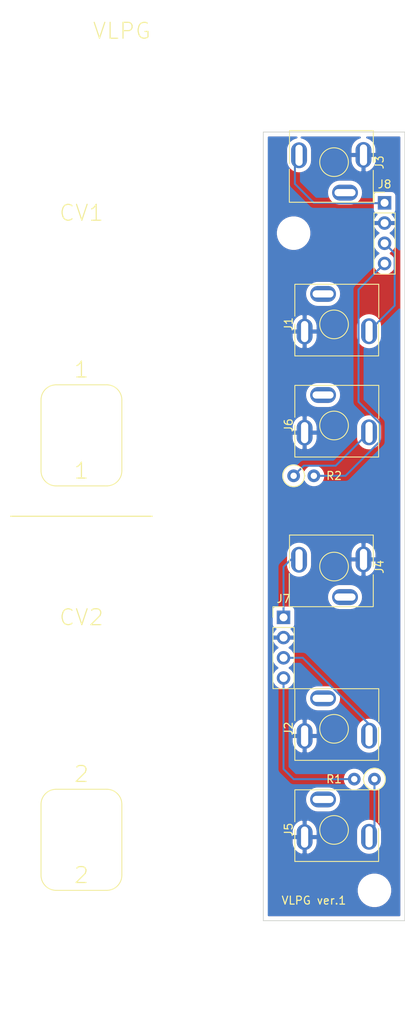
<source format=kicad_pcb>
(kicad_pcb (version 20171130) (host pcbnew "(5.1.8-0-10_14)")

  (general
    (thickness 1.6)
    (drawings 13)
    (tracks 29)
    (zones 0)
    (modules 18)
    (nets 16)
  )

  (page A4)
  (layers
    (0 F.Cu signal)
    (31 B.Cu signal)
    (32 B.Adhes user)
    (33 F.Adhes user)
    (34 B.Paste user)
    (35 F.Paste user)
    (36 B.SilkS user)
    (37 F.SilkS user)
    (38 B.Mask user)
    (39 F.Mask user)
    (40 Dwgs.User user)
    (41 Cmts.User user)
    (42 Eco1.User user)
    (43 Eco2.User user)
    (44 Edge.Cuts user)
    (45 Margin user)
    (46 B.CrtYd user)
    (47 F.CrtYd user)
    (48 B.Fab user)
    (49 F.Fab user)
  )

  (setup
    (last_trace_width 0.25)
    (trace_clearance 0.2)
    (zone_clearance 0.508)
    (zone_45_only no)
    (trace_min 0.2)
    (via_size 0.8)
    (via_drill 0.4)
    (via_min_size 0.4)
    (via_min_drill 0.3)
    (uvia_size 0.3)
    (uvia_drill 0.1)
    (uvias_allowed no)
    (uvia_min_size 0.2)
    (uvia_min_drill 0.1)
    (edge_width 0.1)
    (segment_width 0.2)
    (pcb_text_width 0.3)
    (pcb_text_size 1.5 1.5)
    (mod_edge_width 0.15)
    (mod_text_size 1 1)
    (mod_text_width 0.15)
    (pad_size 1.524 1.524)
    (pad_drill 0.762)
    (pad_to_mask_clearance 0)
    (aux_axis_origin 0 0)
    (visible_elements FFFFFF7F)
    (pcbplotparams
      (layerselection 0x010fc_ffffffff)
      (usegerberextensions false)
      (usegerberattributes true)
      (usegerberadvancedattributes true)
      (creategerberjobfile true)
      (excludeedgelayer true)
      (linewidth 0.100000)
      (plotframeref false)
      (viasonmask false)
      (mode 1)
      (useauxorigin false)
      (hpglpennumber 1)
      (hpglpenspeed 20)
      (hpglpendiameter 15.000000)
      (psnegative false)
      (psa4output false)
      (plotreference true)
      (plotvalue true)
      (plotinvisibletext false)
      (padsonsilk false)
      (subtractmaskfromsilk false)
      (outputformat 1)
      (mirror false)
      (drillshape 1)
      (scaleselection 1)
      (outputdirectory ""))
  )

  (net 0 "")
  (net 1 GND)
  (net 2 /Interface/in1)
  (net 3 "Net-(J1-PadTN)")
  (net 4 "Net-(J2-PadTN)")
  (net 5 /Interface/in2)
  (net 6 "Net-(J3-PadTN)")
  (net 7 /Interface/cv1)
  (net 8 /Interface/cv2)
  (net 9 "Net-(J4-PadTN)")
  (net 10 "Net-(J5-PadTN)")
  (net 11 "Net-(J5-PadT)")
  (net 12 "Net-(J6-PadT)")
  (net 13 "Net-(J6-PadTN)")
  (net 14 /Interface/out2)
  (net 15 /Interface/out1)

  (net_class Default "これはデフォルトのネット クラスです。"
    (clearance 0.2)
    (trace_width 0.25)
    (via_dia 0.8)
    (via_drill 0.4)
    (uvia_dia 0.3)
    (uvia_drill 0.1)
    (add_net /Interface/cv1)
    (add_net /Interface/cv2)
    (add_net /Interface/in1)
    (add_net /Interface/in2)
    (add_net /Interface/out1)
    (add_net /Interface/out2)
    (add_net GND)
    (add_net "Net-(J1-PadTN)")
    (add_net "Net-(J2-PadTN)")
    (add_net "Net-(J3-PadTN)")
    (add_net "Net-(J4-PadTN)")
    (add_net "Net-(J5-PadT)")
    (add_net "Net-(J5-PadTN)")
    (add_net "Net-(J6-PadT)")
    (add_net "Net-(J6-PadTN)")
  )

  (module Attenuverter:MJ-355_3.5mm_mono_jack (layer F.Cu) (tedit 6316CD6A) (tstamp 62F72C7B)
    (at 41.91 71.12 90)
    (path /62D9D6AD/62DA94F3)
    (fp_text reference J4 (at 0 5.715 90) (layer F.SilkS)
      (effects (font (size 1 1) (thickness 0.15)))
    )
    (fp_text value cv2 (at 0 -6.985 90) (layer F.Fab)
      (effects (font (size 1 1) (thickness 0.15)))
    )
    (fp_line (start 4.1 5.03) (end -5.11 5.03) (layer F.CrtYd) (width 0.05))
    (fp_line (start 4.1 5.03) (end 4.1 -5.72) (layer F.CrtYd) (width 0.05))
    (fp_line (start -5.11 5.03) (end -5.1 -5.72) (layer F.CrtYd) (width 0.05))
    (fp_line (start 3.99 -5.6) (end -0.16 -5.6) (layer F.SilkS) (width 0.12))
    (fp_line (start 4 4.91) (end -5 4.91) (layer F.Fab) (width 0.1))
    (fp_line (start -0.86 -5.62) (end -5.01 -5.62) (layer F.SilkS) (width 0.12))
    (fp_line (start -1.04 1.01) (end 1.04 -1.07) (layer Dwgs.User) (width 0.12))
    (fp_line (start -5.01 -5.62) (end -5.01 4.88) (layer F.SilkS) (width 0.12))
    (fp_line (start 3.99 -5.57) (end -5.01 -5.57) (layer F.Fab) (width 0.1))
    (fp_line (start -5.01 4.83) (end -5.01 -5.57) (layer F.Fab) (width 0.1))
    (fp_line (start -1 4.93) (end -5 4.93) (layer F.SilkS) (width 0.12))
    (fp_line (start -1.39 0.395) (end 0.43 -1.42) (layer Dwgs.User) (width 0.12))
    (fp_circle (center 0.03 0) (end 1.83 0) (layer F.SilkS) (width 0.12))
    (fp_line (start -0.55 1.35) (end 1.39 -0.59) (layer Dwgs.User) (width 0.12))
    (fp_line (start 3.99 4.83) (end 3.99 -5.57) (layer F.Fab) (width 0.1))
    (fp_line (start 0.12 1.48) (end 1.51 0.09) (layer Dwgs.User) (width 0.12))
    (fp_line (start 4.1 -5.72) (end -5.1 -5.72) (layer F.CrtYd) (width 0.05))
    (fp_line (start 4 4.93) (end 0 4.93) (layer F.SilkS) (width 0.12))
    (fp_circle (center 0.03 0) (end 1.83 0) (layer F.Fab) (width 0.1))
    (fp_line (start 3.99 -5.6) (end 3.99 4.9) (layer F.SilkS) (width 0.12))
    (fp_circle (center 0.03 0) (end 1.53 0) (layer Dwgs.User) (width 0.12))
    (fp_line (start -1.38 -0.46) (end -0.43 -1.41) (layer Dwgs.User) (width 0.12))
    (fp_text user KEEPOUT (at 0.03 0 90) (layer Cmts.User)
      (effects (font (size 0.4 0.4) (thickness 0.051)))
    )
    (pad TN thru_hole oval (at -3.8 1.38) (size 3.25 2) (drill oval 2.65 0.9) (layers *.Cu *.Mask)
      (net 9 "Net-(J4-PadTN)"))
    (pad T thru_hole oval (at 0.89 -4.4 270) (size 3.25 2) (drill oval 2.65 0.9) (layers *.Cu *.Mask)
      (net 8 /Interface/cv2))
    (pad S thru_hole oval (at 0.93 3.7 270) (size 3.25 2) (drill oval 2.65 0.9) (layers *.Cu *.Mask)
      (net 1 GND))
  )

  (module Attenuverter:MJ-355_3.5mm_mono_jack (layer F.Cu) (tedit 6316CD6A) (tstamp 62F72D80)
    (at 41.91 104.14 270)
    (path /62D9D6AD/62DA4020)
    (fp_text reference J5 (at 0 5.715 90) (layer F.SilkS)
      (effects (font (size 1 1) (thickness 0.15)))
    )
    (fp_text value out2 (at 0 -6.985 90) (layer F.Fab)
      (effects (font (size 1 1) (thickness 0.15)))
    )
    (fp_line (start -1.38 -0.46) (end -0.43 -1.41) (layer Dwgs.User) (width 0.12))
    (fp_circle (center 0.03 0) (end 1.53 0) (layer Dwgs.User) (width 0.12))
    (fp_line (start 3.99 -5.6) (end 3.99 4.9) (layer F.SilkS) (width 0.12))
    (fp_circle (center 0.03 0) (end 1.83 0) (layer F.Fab) (width 0.1))
    (fp_line (start 4 4.93) (end 0 4.93) (layer F.SilkS) (width 0.12))
    (fp_line (start 4.1 -5.72) (end -5.1 -5.72) (layer F.CrtYd) (width 0.05))
    (fp_line (start 0.12 1.48) (end 1.51 0.09) (layer Dwgs.User) (width 0.12))
    (fp_line (start 3.99 4.83) (end 3.99 -5.57) (layer F.Fab) (width 0.1))
    (fp_line (start -0.55 1.35) (end 1.39 -0.59) (layer Dwgs.User) (width 0.12))
    (fp_circle (center 0.03 0) (end 1.83 0) (layer F.SilkS) (width 0.12))
    (fp_line (start -1.39 0.395) (end 0.43 -1.42) (layer Dwgs.User) (width 0.12))
    (fp_line (start -1 4.93) (end -5 4.93) (layer F.SilkS) (width 0.12))
    (fp_line (start -5.01 4.83) (end -5.01 -5.57) (layer F.Fab) (width 0.1))
    (fp_line (start 3.99 -5.57) (end -5.01 -5.57) (layer F.Fab) (width 0.1))
    (fp_line (start -5.01 -5.62) (end -5.01 4.88) (layer F.SilkS) (width 0.12))
    (fp_line (start -1.04 1.01) (end 1.04 -1.07) (layer Dwgs.User) (width 0.12))
    (fp_line (start -0.86 -5.62) (end -5.01 -5.62) (layer F.SilkS) (width 0.12))
    (fp_line (start 4 4.91) (end -5 4.91) (layer F.Fab) (width 0.1))
    (fp_line (start 3.99 -5.6) (end -0.16 -5.6) (layer F.SilkS) (width 0.12))
    (fp_line (start -5.11 5.03) (end -5.1 -5.72) (layer F.CrtYd) (width 0.05))
    (fp_line (start 4.1 5.03) (end 4.1 -5.72) (layer F.CrtYd) (width 0.05))
    (fp_line (start 4.1 5.03) (end -5.11 5.03) (layer F.CrtYd) (width 0.05))
    (fp_text user KEEPOUT (at 0.03 0 90) (layer Cmts.User)
      (effects (font (size 0.4 0.4) (thickness 0.051)))
    )
    (pad TN thru_hole oval (at -3.8 1.38 180) (size 3.25 2) (drill oval 2.65 0.9) (layers *.Cu *.Mask)
      (net 10 "Net-(J5-PadTN)"))
    (pad T thru_hole oval (at 0.89 -4.4 90) (size 3.25 2) (drill oval 2.65 0.9) (layers *.Cu *.Mask)
      (net 11 "Net-(J5-PadT)"))
    (pad S thru_hole oval (at 0.93 3.7 90) (size 3.25 2) (drill oval 2.65 0.9) (layers *.Cu *.Mask)
      (net 1 GND))
  )

  (module Attenuverter:MJ-355_3.5mm_mono_jack (layer F.Cu) (tedit 6316CD6A) (tstamp 62F72CD2)
    (at 41.91 91.44 270)
    (path /62D9D6AD/62DA0B42)
    (fp_text reference J2 (at 0 5.715 90) (layer F.SilkS)
      (effects (font (size 1 1) (thickness 0.15)))
    )
    (fp_text value in2 (at 0 -6.985 90) (layer F.Fab)
      (effects (font (size 1 1) (thickness 0.15)))
    )
    (fp_line (start -1.38 -0.46) (end -0.43 -1.41) (layer Dwgs.User) (width 0.12))
    (fp_circle (center 0.03 0) (end 1.53 0) (layer Dwgs.User) (width 0.12))
    (fp_line (start 3.99 -5.6) (end 3.99 4.9) (layer F.SilkS) (width 0.12))
    (fp_circle (center 0.03 0) (end 1.83 0) (layer F.Fab) (width 0.1))
    (fp_line (start 4 4.93) (end 0 4.93) (layer F.SilkS) (width 0.12))
    (fp_line (start 4.1 -5.72) (end -5.1 -5.72) (layer F.CrtYd) (width 0.05))
    (fp_line (start 0.12 1.48) (end 1.51 0.09) (layer Dwgs.User) (width 0.12))
    (fp_line (start 3.99 4.83) (end 3.99 -5.57) (layer F.Fab) (width 0.1))
    (fp_line (start -0.55 1.35) (end 1.39 -0.59) (layer Dwgs.User) (width 0.12))
    (fp_circle (center 0.03 0) (end 1.83 0) (layer F.SilkS) (width 0.12))
    (fp_line (start -1.39 0.395) (end 0.43 -1.42) (layer Dwgs.User) (width 0.12))
    (fp_line (start -1 4.93) (end -5 4.93) (layer F.SilkS) (width 0.12))
    (fp_line (start -5.01 4.83) (end -5.01 -5.57) (layer F.Fab) (width 0.1))
    (fp_line (start 3.99 -5.57) (end -5.01 -5.57) (layer F.Fab) (width 0.1))
    (fp_line (start -5.01 -5.62) (end -5.01 4.88) (layer F.SilkS) (width 0.12))
    (fp_line (start -1.04 1.01) (end 1.04 -1.07) (layer Dwgs.User) (width 0.12))
    (fp_line (start -0.86 -5.62) (end -5.01 -5.62) (layer F.SilkS) (width 0.12))
    (fp_line (start 4 4.91) (end -5 4.91) (layer F.Fab) (width 0.1))
    (fp_line (start 3.99 -5.6) (end -0.16 -5.6) (layer F.SilkS) (width 0.12))
    (fp_line (start -5.11 5.03) (end -5.1 -5.72) (layer F.CrtYd) (width 0.05))
    (fp_line (start 4.1 5.03) (end 4.1 -5.72) (layer F.CrtYd) (width 0.05))
    (fp_line (start 4.1 5.03) (end -5.11 5.03) (layer F.CrtYd) (width 0.05))
    (fp_text user KEEPOUT (at 0.03 0 90) (layer Cmts.User)
      (effects (font (size 0.4 0.4) (thickness 0.051)))
    )
    (pad TN thru_hole oval (at -3.8 1.38 180) (size 3.25 2) (drill oval 2.65 0.9) (layers *.Cu *.Mask)
      (net 4 "Net-(J2-PadTN)"))
    (pad T thru_hole oval (at 0.89 -4.4 90) (size 3.25 2) (drill oval 2.65 0.9) (layers *.Cu *.Mask)
      (net 5 /Interface/in2))
    (pad S thru_hole oval (at 0.93 3.7 90) (size 3.25 2) (drill oval 2.65 0.9) (layers *.Cu *.Mask)
      (net 1 GND))
  )

  (module Attenuverter:MJ-355_3.5mm_mono_jack (layer F.Cu) (tedit 6316CD6A) (tstamp 62F72DD7)
    (at 41.91 53.34 270)
    (path /62D9D6AD/62DA4026)
    (fp_text reference J6 (at 0 5.715 90) (layer F.SilkS)
      (effects (font (size 1 1) (thickness 0.15)))
    )
    (fp_text value out1 (at 0 -6.985 90) (layer F.Fab)
      (effects (font (size 1 1) (thickness 0.15)))
    )
    (fp_line (start -1.38 -0.46) (end -0.43 -1.41) (layer Dwgs.User) (width 0.12))
    (fp_circle (center 0.03 0) (end 1.53 0) (layer Dwgs.User) (width 0.12))
    (fp_line (start 3.99 -5.6) (end 3.99 4.9) (layer F.SilkS) (width 0.12))
    (fp_circle (center 0.03 0) (end 1.83 0) (layer F.Fab) (width 0.1))
    (fp_line (start 4 4.93) (end 0 4.93) (layer F.SilkS) (width 0.12))
    (fp_line (start 4.1 -5.72) (end -5.1 -5.72) (layer F.CrtYd) (width 0.05))
    (fp_line (start 0.12 1.48) (end 1.51 0.09) (layer Dwgs.User) (width 0.12))
    (fp_line (start 3.99 4.83) (end 3.99 -5.57) (layer F.Fab) (width 0.1))
    (fp_line (start -0.55 1.35) (end 1.39 -0.59) (layer Dwgs.User) (width 0.12))
    (fp_circle (center 0.03 0) (end 1.83 0) (layer F.SilkS) (width 0.12))
    (fp_line (start -1.39 0.395) (end 0.43 -1.42) (layer Dwgs.User) (width 0.12))
    (fp_line (start -1 4.93) (end -5 4.93) (layer F.SilkS) (width 0.12))
    (fp_line (start -5.01 4.83) (end -5.01 -5.57) (layer F.Fab) (width 0.1))
    (fp_line (start 3.99 -5.57) (end -5.01 -5.57) (layer F.Fab) (width 0.1))
    (fp_line (start -5.01 -5.62) (end -5.01 4.88) (layer F.SilkS) (width 0.12))
    (fp_line (start -1.04 1.01) (end 1.04 -1.07) (layer Dwgs.User) (width 0.12))
    (fp_line (start -0.86 -5.62) (end -5.01 -5.62) (layer F.SilkS) (width 0.12))
    (fp_line (start 4 4.91) (end -5 4.91) (layer F.Fab) (width 0.1))
    (fp_line (start 3.99 -5.6) (end -0.16 -5.6) (layer F.SilkS) (width 0.12))
    (fp_line (start -5.11 5.03) (end -5.1 -5.72) (layer F.CrtYd) (width 0.05))
    (fp_line (start 4.1 5.03) (end 4.1 -5.72) (layer F.CrtYd) (width 0.05))
    (fp_line (start 4.1 5.03) (end -5.11 5.03) (layer F.CrtYd) (width 0.05))
    (fp_text user KEEPOUT (at 0.03 0 90) (layer Cmts.User)
      (effects (font (size 0.4 0.4) (thickness 0.051)))
    )
    (pad TN thru_hole oval (at -3.8 1.38 180) (size 3.25 2) (drill oval 2.65 0.9) (layers *.Cu *.Mask)
      (net 13 "Net-(J6-PadTN)"))
    (pad T thru_hole oval (at 0.89 -4.4 90) (size 3.25 2) (drill oval 2.65 0.9) (layers *.Cu *.Mask)
      (net 12 "Net-(J6-PadT)"))
    (pad S thru_hole oval (at 0.93 3.7 90) (size 3.25 2) (drill oval 2.65 0.9) (layers *.Cu *.Mask)
      (net 1 GND))
  )

  (module Attenuverter:MJ-355_3.5mm_mono_jack (layer F.Cu) (tedit 6316CD6A) (tstamp 62F72AE3)
    (at 41.91 40.64 270)
    (path /62D9D6AD/62DA0B48)
    (fp_text reference J1 (at 0 5.715 90) (layer F.SilkS)
      (effects (font (size 1 1) (thickness 0.15)))
    )
    (fp_text value in1 (at 0 -6.985 90) (layer F.Fab)
      (effects (font (size 1 1) (thickness 0.15)))
    )
    (fp_line (start -1.38 -0.46) (end -0.43 -1.41) (layer Dwgs.User) (width 0.12))
    (fp_circle (center 0.03 0) (end 1.53 0) (layer Dwgs.User) (width 0.12))
    (fp_line (start 3.99 -5.6) (end 3.99 4.9) (layer F.SilkS) (width 0.12))
    (fp_circle (center 0.03 0) (end 1.83 0) (layer F.Fab) (width 0.1))
    (fp_line (start 4 4.93) (end 0 4.93) (layer F.SilkS) (width 0.12))
    (fp_line (start 4.1 -5.72) (end -5.1 -5.72) (layer F.CrtYd) (width 0.05))
    (fp_line (start 0.12 1.48) (end 1.51 0.09) (layer Dwgs.User) (width 0.12))
    (fp_line (start 3.99 4.83) (end 3.99 -5.57) (layer F.Fab) (width 0.1))
    (fp_line (start -0.55 1.35) (end 1.39 -0.59) (layer Dwgs.User) (width 0.12))
    (fp_circle (center 0.03 0) (end 1.83 0) (layer F.SilkS) (width 0.12))
    (fp_line (start -1.39 0.395) (end 0.43 -1.42) (layer Dwgs.User) (width 0.12))
    (fp_line (start -1 4.93) (end -5 4.93) (layer F.SilkS) (width 0.12))
    (fp_line (start -5.01 4.83) (end -5.01 -5.57) (layer F.Fab) (width 0.1))
    (fp_line (start 3.99 -5.57) (end -5.01 -5.57) (layer F.Fab) (width 0.1))
    (fp_line (start -5.01 -5.62) (end -5.01 4.88) (layer F.SilkS) (width 0.12))
    (fp_line (start -1.04 1.01) (end 1.04 -1.07) (layer Dwgs.User) (width 0.12))
    (fp_line (start -0.86 -5.62) (end -5.01 -5.62) (layer F.SilkS) (width 0.12))
    (fp_line (start 4 4.91) (end -5 4.91) (layer F.Fab) (width 0.1))
    (fp_line (start 3.99 -5.6) (end -0.16 -5.6) (layer F.SilkS) (width 0.12))
    (fp_line (start -5.11 5.03) (end -5.1 -5.72) (layer F.CrtYd) (width 0.05))
    (fp_line (start 4.1 5.03) (end 4.1 -5.72) (layer F.CrtYd) (width 0.05))
    (fp_line (start 4.1 5.03) (end -5.11 5.03) (layer F.CrtYd) (width 0.05))
    (fp_text user KEEPOUT (at 0.03 0 90) (layer Cmts.User)
      (effects (font (size 0.4 0.4) (thickness 0.051)))
    )
    (pad TN thru_hole oval (at -3.8 1.38 180) (size 3.25 2) (drill oval 2.65 0.9) (layers *.Cu *.Mask)
      (net 3 "Net-(J1-PadTN)"))
    (pad T thru_hole oval (at 0.89 -4.4 90) (size 3.25 2) (drill oval 2.65 0.9) (layers *.Cu *.Mask)
      (net 2 /Interface/in1))
    (pad S thru_hole oval (at 0.93 3.7 90) (size 3.25 2) (drill oval 2.65 0.9) (layers *.Cu *.Mask)
      (net 1 GND))
  )

  (module Attenuverter:MJ-355_3.5mm_mono_jack (layer F.Cu) (tedit 6316CD6A) (tstamp 62F72D29)
    (at 41.91 20.32 90)
    (path /62D9D6AD/62DA6DC8)
    (fp_text reference J3 (at 0 5.715 90) (layer F.SilkS)
      (effects (font (size 1 1) (thickness 0.15)))
    )
    (fp_text value cv1 (at 0 -6.985 90) (layer F.Fab)
      (effects (font (size 1 1) (thickness 0.15)))
    )
    (fp_line (start -1.38 -0.46) (end -0.43 -1.41) (layer Dwgs.User) (width 0.12))
    (fp_circle (center 0.03 0) (end 1.53 0) (layer Dwgs.User) (width 0.12))
    (fp_line (start 3.99 -5.6) (end 3.99 4.9) (layer F.SilkS) (width 0.12))
    (fp_circle (center 0.03 0) (end 1.83 0) (layer F.Fab) (width 0.1))
    (fp_line (start 4 4.93) (end 0 4.93) (layer F.SilkS) (width 0.12))
    (fp_line (start 4.1 -5.72) (end -5.1 -5.72) (layer F.CrtYd) (width 0.05))
    (fp_line (start 0.12 1.48) (end 1.51 0.09) (layer Dwgs.User) (width 0.12))
    (fp_line (start 3.99 4.83) (end 3.99 -5.57) (layer F.Fab) (width 0.1))
    (fp_line (start -0.55 1.35) (end 1.39 -0.59) (layer Dwgs.User) (width 0.12))
    (fp_circle (center 0.03 0) (end 1.83 0) (layer F.SilkS) (width 0.12))
    (fp_line (start -1.39 0.395) (end 0.43 -1.42) (layer Dwgs.User) (width 0.12))
    (fp_line (start -1 4.93) (end -5 4.93) (layer F.SilkS) (width 0.12))
    (fp_line (start -5.01 4.83) (end -5.01 -5.57) (layer F.Fab) (width 0.1))
    (fp_line (start 3.99 -5.57) (end -5.01 -5.57) (layer F.Fab) (width 0.1))
    (fp_line (start -5.01 -5.62) (end -5.01 4.88) (layer F.SilkS) (width 0.12))
    (fp_line (start -1.04 1.01) (end 1.04 -1.07) (layer Dwgs.User) (width 0.12))
    (fp_line (start -0.86 -5.62) (end -5.01 -5.62) (layer F.SilkS) (width 0.12))
    (fp_line (start 4 4.91) (end -5 4.91) (layer F.Fab) (width 0.1))
    (fp_line (start 3.99 -5.6) (end -0.16 -5.6) (layer F.SilkS) (width 0.12))
    (fp_line (start -5.11 5.03) (end -5.1 -5.72) (layer F.CrtYd) (width 0.05))
    (fp_line (start 4.1 5.03) (end 4.1 -5.72) (layer F.CrtYd) (width 0.05))
    (fp_line (start 4.1 5.03) (end -5.11 5.03) (layer F.CrtYd) (width 0.05))
    (fp_text user KEEPOUT (at 0.03 0 90) (layer Cmts.User)
      (effects (font (size 0.4 0.4) (thickness 0.051)))
    )
    (pad TN thru_hole oval (at -3.8 1.38) (size 3.25 2) (drill oval 2.65 0.9) (layers *.Cu *.Mask)
      (net 6 "Net-(J3-PadTN)"))
    (pad T thru_hole oval (at 0.89 -4.4 270) (size 3.25 2) (drill oval 2.65 0.9) (layers *.Cu *.Mask)
      (net 7 /Interface/cv1))
    (pad S thru_hole oval (at 0.93 3.7 270) (size 3.25 2) (drill oval 2.65 0.9) (layers *.Cu *.Mask)
      (net 1 GND))
  )

  (module Connector_PinHeader_2.54mm:PinHeader_1x04_P2.54mm_Vertical (layer F.Cu) (tedit 59FED5CC) (tstamp 62F72BEB)
    (at 48.26 25.4)
    (descr "Through hole straight pin header, 1x04, 2.54mm pitch, single row")
    (tags "Through hole pin header THT 1x04 2.54mm single row")
    (path /62D9D6AD/62DECCDA)
    (fp_text reference J8 (at 0 -2.33) (layer F.SilkS)
      (effects (font (size 1 1) (thickness 0.15)))
    )
    (fp_text value conn1 (at 0 9.95) (layer F.Fab)
      (effects (font (size 1 1) (thickness 0.15)))
    )
    (fp_line (start -0.635 -1.27) (end 1.27 -1.27) (layer F.Fab) (width 0.1))
    (fp_line (start 1.27 -1.27) (end 1.27 8.89) (layer F.Fab) (width 0.1))
    (fp_line (start 1.27 8.89) (end -1.27 8.89) (layer F.Fab) (width 0.1))
    (fp_line (start -1.27 8.89) (end -1.27 -0.635) (layer F.Fab) (width 0.1))
    (fp_line (start -1.27 -0.635) (end -0.635 -1.27) (layer F.Fab) (width 0.1))
    (fp_line (start -1.33 8.95) (end 1.33 8.95) (layer F.SilkS) (width 0.12))
    (fp_line (start -1.33 1.27) (end -1.33 8.95) (layer F.SilkS) (width 0.12))
    (fp_line (start 1.33 1.27) (end 1.33 8.95) (layer F.SilkS) (width 0.12))
    (fp_line (start -1.33 1.27) (end 1.33 1.27) (layer F.SilkS) (width 0.12))
    (fp_line (start -1.33 0) (end -1.33 -1.33) (layer F.SilkS) (width 0.12))
    (fp_line (start -1.33 -1.33) (end 0 -1.33) (layer F.SilkS) (width 0.12))
    (fp_line (start -1.8 -1.8) (end -1.8 9.4) (layer F.CrtYd) (width 0.05))
    (fp_line (start -1.8 9.4) (end 1.8 9.4) (layer F.CrtYd) (width 0.05))
    (fp_line (start 1.8 9.4) (end 1.8 -1.8) (layer F.CrtYd) (width 0.05))
    (fp_line (start 1.8 -1.8) (end -1.8 -1.8) (layer F.CrtYd) (width 0.05))
    (fp_text user %R (at 0 3.81 90) (layer F.Fab)
      (effects (font (size 1 1) (thickness 0.15)))
    )
    (pad 1 thru_hole rect (at 0 0) (size 1.7 1.7) (drill 1) (layers *.Cu *.Mask)
      (net 7 /Interface/cv1))
    (pad 2 thru_hole oval (at 0 2.54) (size 1.7 1.7) (drill 1) (layers *.Cu *.Mask)
      (net 1 GND))
    (pad 3 thru_hole oval (at 0 5.08) (size 1.7 1.7) (drill 1) (layers *.Cu *.Mask)
      (net 2 /Interface/in1))
    (pad 4 thru_hole oval (at 0 7.62) (size 1.7 1.7) (drill 1) (layers *.Cu *.Mask)
      (net 15 /Interface/out1))
    (model ${KISYS3DMOD}/Connector_PinHeader_2.54mm.3dshapes/PinHeader_1x04_P2.54mm_Vertical.wrl
      (at (xyz 0 0 0))
      (scale (xyz 1 1 1))
      (rotate (xyz 0 0 0))
    )
  )

  (module Attenuverter:annotation_3.5mm_jack_in (layer F.Cu) (tedit 6226F220) (tstamp 62CDAFA4)
    (at 10.16 71.12)
    (fp_text reference CV2 (at 0 6.35) (layer F.SilkS)
      (effects (font (size 2 2) (thickness 0.15)))
    )
    (fp_text value annotation_3.5mm_jack_in (at 0 6.35) (layer F.Fab) hide
      (effects (font (size 1 1) (thickness 0.15)))
    )
    (fp_circle (center 0 0) (end 4 0) (layer Dwgs.User) (width 0.12))
    (fp_text user %R (at 0.3 0) (layer F.Fab) hide
      (effects (font (size 1 1) (thickness 0.15)))
    )
    (pad 1 np_thru_hole circle (at 0 0) (size 6 6) (drill 6) (layers *.Cu *.Mask))
  )

  (module Attenuverter:annotation_3.5mm_jack_in (layer F.Cu) (tedit 6226F220) (tstamp 62CDAED6)
    (at 10.16 91.44)
    (fp_text reference 2 (at 0 5.715) (layer F.SilkS)
      (effects (font (size 2 2) (thickness 0.15)))
    )
    (fp_text value annotation_3.5mm_jack_in (at 0 6.35) (layer F.Fab) hide
      (effects (font (size 1 1) (thickness 0.15)))
    )
    (fp_circle (center 0 0) (end 4 0) (layer Dwgs.User) (width 0.12))
    (fp_text user %R (at 0.3 0) (layer F.Fab) hide
      (effects (font (size 1 1) (thickness 0.15)))
    )
    (pad 1 np_thru_hole circle (at 0 0) (size 6 6) (drill 6) (layers *.Cu *.Mask))
  )

  (module Attenuverter:annotation_3.5mm_jack_out_bottom (layer F.Cu) (tedit 62AC84E3) (tstamp 62CDAE61)
    (at 10.16 104.14)
    (fp_text reference 2 (at 0 5.715) (layer F.SilkS)
      (effects (font (size 2 2) (thickness 0.15)))
    )
    (fp_text value annotation_3.5mm_jack_out_bottom (at 0 -6.35) (layer F.Fab) hide
      (effects (font (size 1 1) (thickness 0.15)))
    )
    (fp_circle (center 0 0) (end 4 0) (layer Dwgs.User) (width 0.12))
    (fp_line (start -3.175 7.62) (end 3.175 7.62) (layer F.SilkS) (width 0.12))
    (fp_line (start 3.175 -5.08) (end -3.175 -5.08) (layer F.SilkS) (width 0.12))
    (fp_line (start 5.08 -3.175) (end 5.08 5.715) (layer F.SilkS) (width 0.12))
    (fp_line (start -5.08 -3.175) (end -5.08 5.715) (layer F.SilkS) (width 0.12))
    (fp_arc (start 3.175 5.715) (end 3.175 7.62) (angle -90) (layer F.SilkS) (width 0.12))
    (fp_arc (start 3.175 -3.175) (end 5.08 -3.175) (angle -90) (layer F.SilkS) (width 0.12))
    (fp_arc (start -3.175 -3.175) (end -3.175 -5.08) (angle -90) (layer F.SilkS) (width 0.12))
    (fp_arc (start -3.175 5.715) (end -5.08 5.715) (angle -90) (layer F.SilkS) (width 0.12))
    (fp_text user %R (at 0.3 0) (layer F.Fab) hide
      (effects (font (size 1 1) (thickness 0.15)))
    )
    (pad 1 np_thru_hole circle (at 0 0) (size 6 6) (drill 6) (layers *.Cu *.Mask))
  )

  (module Attenuverter:annotation_3.5mm_jack_out_bottom (layer F.Cu) (tedit 62AC84E3) (tstamp 62CDADF0)
    (at 10.16 53.34)
    (fp_text reference 1 (at 0 5.715) (layer F.SilkS)
      (effects (font (size 2 2) (thickness 0.15)))
    )
    (fp_text value annotation_3.5mm_jack_out_bottom (at 0 -6.35) (layer F.Fab) hide
      (effects (font (size 1 1) (thickness 0.15)))
    )
    (fp_circle (center 0 0) (end 4 0) (layer Dwgs.User) (width 0.12))
    (fp_line (start -3.175 7.62) (end 3.175 7.62) (layer F.SilkS) (width 0.12))
    (fp_line (start 3.175 -5.08) (end -3.175 -5.08) (layer F.SilkS) (width 0.12))
    (fp_line (start 5.08 -3.175) (end 5.08 5.715) (layer F.SilkS) (width 0.12))
    (fp_line (start -5.08 -3.175) (end -5.08 5.715) (layer F.SilkS) (width 0.12))
    (fp_arc (start 3.175 5.715) (end 3.175 7.62) (angle -90) (layer F.SilkS) (width 0.12))
    (fp_arc (start 3.175 -3.175) (end 5.08 -3.175) (angle -90) (layer F.SilkS) (width 0.12))
    (fp_arc (start -3.175 -3.175) (end -3.175 -5.08) (angle -90) (layer F.SilkS) (width 0.12))
    (fp_arc (start -3.175 5.715) (end -5.08 5.715) (angle -90) (layer F.SilkS) (width 0.12))
    (fp_text user %R (at 0.3 0) (layer F.Fab) hide
      (effects (font (size 1 1) (thickness 0.15)))
    )
    (pad 1 np_thru_hole circle (at 0 0) (size 6 6) (drill 6) (layers *.Cu *.Mask))
  )

  (module Attenuverter:annotation_3.5mm_jack_in (layer F.Cu) (tedit 6226F220) (tstamp 62CDAD9B)
    (at 10.16 40.64)
    (fp_text reference 1 (at 0 5.715) (layer F.SilkS)
      (effects (font (size 2 2) (thickness 0.15)))
    )
    (fp_text value annotation_3.5mm_jack_in (at 0 6.35) (layer F.Fab) hide
      (effects (font (size 1 1) (thickness 0.15)))
    )
    (fp_circle (center 0 0) (end 4 0) (layer Dwgs.User) (width 0.12))
    (fp_text user %R (at 0.3 0) (layer F.Fab) hide
      (effects (font (size 1 1) (thickness 0.15)))
    )
    (pad 1 np_thru_hole circle (at 0 0) (size 6 6) (drill 6) (layers *.Cu *.Mask))
  )

  (module Attenuverter:annotation_3.5mm_jack_in (layer F.Cu) (tedit 6226F220) (tstamp 62CDAFDF)
    (at 10.16 20.32)
    (fp_text reference CV1 (at 0 6.35) (layer F.SilkS)
      (effects (font (size 2 2) (thickness 0.15)))
    )
    (fp_text value annotation_3.5mm_jack_in (at 0 6.35) (layer F.Fab) hide
      (effects (font (size 1 1) (thickness 0.15)))
    )
    (fp_circle (center 0 0) (end 4 0) (layer Dwgs.User) (width 0.12))
    (fp_text user %R (at 0.3 0) (layer F.Fab) hide
      (effects (font (size 1 1) (thickness 0.15)))
    )
    (pad 1 np_thru_hole circle (at 0 0) (size 6 6) (drill 6) (layers *.Cu *.Mask))
  )

  (module MountingHole:MountingHole_3.2mm_M3 (layer F.Cu) (tedit 56D1B4CB) (tstamp 62F72B72)
    (at 46.99 111.76)
    (descr "Mounting Hole 3.2mm, no annular, M3")
    (tags "mounting hole 3.2mm no annular m3")
    (attr virtual)
    (fp_text reference REF** (at 0 -4.2) (layer F.SilkS) hide
      (effects (font (size 1 1) (thickness 0.15)))
    )
    (fp_text value MountingHole_3.2mm_M3 (at 0 4.2) (layer F.Fab) hide
      (effects (font (size 1 1) (thickness 0.15)))
    )
    (fp_circle (center 0 0) (end 3.45 0) (layer F.CrtYd) (width 0.05))
    (fp_circle (center 0 0) (end 3.2 0) (layer Cmts.User) (width 0.15))
    (fp_text user %R (at 0.3 0) (layer F.Fab) hide
      (effects (font (size 1 1) (thickness 0.15)))
    )
    (pad 1 np_thru_hole circle (at 0 0) (size 3.2 3.2) (drill 3.2) (layers *.Cu *.Mask))
  )

  (module MountingHole:MountingHole_3.2mm_M3 (layer F.Cu) (tedit 56D1B4CB) (tstamp 62F72B5D)
    (at 36.83 29.21)
    (descr "Mounting Hole 3.2mm, no annular, M3")
    (tags "mounting hole 3.2mm no annular m3")
    (attr virtual)
    (fp_text reference REF** (at 0 -4.2) (layer F.SilkS) hide
      (effects (font (size 1 1) (thickness 0.15)))
    )
    (fp_text value MountingHole_3.2mm_M3 (at 0 4.2) (layer F.Fab) hide
      (effects (font (size 1 1) (thickness 0.15)))
    )
    (fp_circle (center 0 0) (end 3.2 0) (layer Cmts.User) (width 0.15))
    (fp_circle (center 0 0) (end 3.45 0) (layer F.CrtYd) (width 0.05))
    (fp_text user %R (at 0.3 0) (layer F.Fab) hide
      (effects (font (size 1 1) (thickness 0.15)))
    )
    (pad 1 np_thru_hole circle (at 0 0) (size 3.2 3.2) (drill 3.2) (layers *.Cu *.Mask))
  )

  (module Connector_PinHeader_2.54mm:PinHeader_1x04_P2.54mm_Vertical (layer F.Cu) (tedit 59FED5CC) (tstamp 62F72C30)
    (at 35.56 77.47)
    (descr "Through hole straight pin header, 1x04, 2.54mm pitch, single row")
    (tags "Through hole pin header THT 1x04 2.54mm single row")
    (path /62D9D6AD/62DECCE0)
    (fp_text reference J7 (at 0 -2.33) (layer F.SilkS)
      (effects (font (size 1 1) (thickness 0.15)))
    )
    (fp_text value conn2 (at 0 9.95) (layer F.Fab)
      (effects (font (size 1 1) (thickness 0.15)))
    )
    (fp_line (start 1.8 -1.8) (end -1.8 -1.8) (layer F.CrtYd) (width 0.05))
    (fp_line (start 1.8 9.4) (end 1.8 -1.8) (layer F.CrtYd) (width 0.05))
    (fp_line (start -1.8 9.4) (end 1.8 9.4) (layer F.CrtYd) (width 0.05))
    (fp_line (start -1.8 -1.8) (end -1.8 9.4) (layer F.CrtYd) (width 0.05))
    (fp_line (start -1.33 -1.33) (end 0 -1.33) (layer F.SilkS) (width 0.12))
    (fp_line (start -1.33 0) (end -1.33 -1.33) (layer F.SilkS) (width 0.12))
    (fp_line (start -1.33 1.27) (end 1.33 1.27) (layer F.SilkS) (width 0.12))
    (fp_line (start 1.33 1.27) (end 1.33 8.95) (layer F.SilkS) (width 0.12))
    (fp_line (start -1.33 1.27) (end -1.33 8.95) (layer F.SilkS) (width 0.12))
    (fp_line (start -1.33 8.95) (end 1.33 8.95) (layer F.SilkS) (width 0.12))
    (fp_line (start -1.27 -0.635) (end -0.635 -1.27) (layer F.Fab) (width 0.1))
    (fp_line (start -1.27 8.89) (end -1.27 -0.635) (layer F.Fab) (width 0.1))
    (fp_line (start 1.27 8.89) (end -1.27 8.89) (layer F.Fab) (width 0.1))
    (fp_line (start 1.27 -1.27) (end 1.27 8.89) (layer F.Fab) (width 0.1))
    (fp_line (start -0.635 -1.27) (end 1.27 -1.27) (layer F.Fab) (width 0.1))
    (fp_text user %R (at 0 3.81 90) (layer F.Fab)
      (effects (font (size 1 1) (thickness 0.15)))
    )
    (pad 4 thru_hole oval (at 0 7.62) (size 1.7 1.7) (drill 1) (layers *.Cu *.Mask)
      (net 14 /Interface/out2))
    (pad 3 thru_hole oval (at 0 5.08) (size 1.7 1.7) (drill 1) (layers *.Cu *.Mask)
      (net 5 /Interface/in2))
    (pad 2 thru_hole oval (at 0 2.54) (size 1.7 1.7) (drill 1) (layers *.Cu *.Mask)
      (net 1 GND))
    (pad 1 thru_hole rect (at 0 0) (size 1.7 1.7) (drill 1) (layers *.Cu *.Mask)
      (net 8 /Interface/cv2))
    (model ${KISYS3DMOD}/Connector_PinHeader_2.54mm.3dshapes/PinHeader_1x04_P2.54mm_Vertical.wrl
      (at (xyz 0 0 0))
      (scale (xyz 1 1 1))
      (rotate (xyz 0 0 0))
    )
  )

  (module Resistor_THT:R_Axial_DIN0207_L6.3mm_D2.5mm_P2.54mm_Vertical (layer F.Cu) (tedit 5AE5139B) (tstamp 62F72B8E)
    (at 46.99 97.79 180)
    (descr "Resistor, Axial_DIN0207 series, Axial, Vertical, pin pitch=2.54mm, 0.25W = 1/4W, length*diameter=6.3*2.5mm^2, http://cdn-reichelt.de/documents/datenblatt/B400/1_4W%23YAG.pdf")
    (tags "Resistor Axial_DIN0207 series Axial Vertical pin pitch 2.54mm 0.25W = 1/4W length 6.3mm diameter 2.5mm")
    (path /62D9D6AD/62DA403A)
    (fp_text reference R1 (at 5.08 0) (layer F.SilkS)
      (effects (font (size 1 1) (thickness 0.15)))
    )
    (fp_text value 1k (at 1.27 2.37) (layer F.Fab)
      (effects (font (size 1 1) (thickness 0.15)))
    )
    (fp_line (start 3.59 -1.5) (end -1.5 -1.5) (layer F.CrtYd) (width 0.05))
    (fp_line (start 3.59 1.5) (end 3.59 -1.5) (layer F.CrtYd) (width 0.05))
    (fp_line (start -1.5 1.5) (end 3.59 1.5) (layer F.CrtYd) (width 0.05))
    (fp_line (start -1.5 -1.5) (end -1.5 1.5) (layer F.CrtYd) (width 0.05))
    (fp_line (start 1.37 0) (end 1.44 0) (layer F.SilkS) (width 0.12))
    (fp_line (start 0 0) (end 2.54 0) (layer F.Fab) (width 0.1))
    (fp_circle (center 0 0) (end 1.37 0) (layer F.SilkS) (width 0.12))
    (fp_circle (center 0 0) (end 1.25 0) (layer F.Fab) (width 0.1))
    (fp_text user %R (at 1.27 -2.37) (layer F.Fab)
      (effects (font (size 1 1) (thickness 0.15)))
    )
    (pad 2 thru_hole oval (at 2.54 0 180) (size 1.6 1.6) (drill 0.8) (layers *.Cu *.Mask)
      (net 14 /Interface/out2))
    (pad 1 thru_hole circle (at 0 0 180) (size 1.6 1.6) (drill 0.8) (layers *.Cu *.Mask)
      (net 11 "Net-(J5-PadT)"))
    (model ${KISYS3DMOD}/Resistor_THT.3dshapes/R_Axial_DIN0207_L6.3mm_D2.5mm_P2.54mm_Vertical.wrl
      (at (xyz 0 0 0))
      (scale (xyz 1 1 1))
      (rotate (xyz 0 0 0))
    )
  )

  (module Resistor_THT:R_Axial_DIN0207_L6.3mm_D2.5mm_P2.54mm_Vertical (layer F.Cu) (tedit 5AE5139B) (tstamp 62F72BB8)
    (at 36.83 59.69)
    (descr "Resistor, Axial_DIN0207 series, Axial, Vertical, pin pitch=2.54mm, 0.25W = 1/4W, length*diameter=6.3*2.5mm^2, http://cdn-reichelt.de/documents/datenblatt/B400/1_4W%23YAG.pdf")
    (tags "Resistor Axial_DIN0207 series Axial Vertical pin pitch 2.54mm 0.25W = 1/4W length 6.3mm diameter 2.5mm")
    (path /62D9D6AD/62DA402C)
    (fp_text reference R2 (at 5.08 0) (layer F.SilkS)
      (effects (font (size 1 1) (thickness 0.15)))
    )
    (fp_text value 1k (at 1.27 2.37) (layer F.Fab)
      (effects (font (size 1 1) (thickness 0.15)))
    )
    (fp_circle (center 0 0) (end 1.25 0) (layer F.Fab) (width 0.1))
    (fp_circle (center 0 0) (end 1.37 0) (layer F.SilkS) (width 0.12))
    (fp_line (start 0 0) (end 2.54 0) (layer F.Fab) (width 0.1))
    (fp_line (start 1.37 0) (end 1.44 0) (layer F.SilkS) (width 0.12))
    (fp_line (start -1.5 -1.5) (end -1.5 1.5) (layer F.CrtYd) (width 0.05))
    (fp_line (start -1.5 1.5) (end 3.59 1.5) (layer F.CrtYd) (width 0.05))
    (fp_line (start 3.59 1.5) (end 3.59 -1.5) (layer F.CrtYd) (width 0.05))
    (fp_line (start 3.59 -1.5) (end -1.5 -1.5) (layer F.CrtYd) (width 0.05))
    (fp_text user %R (at 1.27 -2.37) (layer F.Fab)
      (effects (font (size 1 1) (thickness 0.15)))
    )
    (pad 1 thru_hole circle (at 0 0) (size 1.6 1.6) (drill 0.8) (layers *.Cu *.Mask)
      (net 12 "Net-(J6-PadT)"))
    (pad 2 thru_hole oval (at 2.54 0) (size 1.6 1.6) (drill 0.8) (layers *.Cu *.Mask)
      (net 15 /Interface/out1))
    (model ${KISYS3DMOD}/Resistor_THT.3dshapes/R_Axial_DIN0207_L6.3mm_D2.5mm_P2.54mm_Vertical.wrl
      (at (xyz 0 0 0))
      (scale (xyz 1 1 1))
      (rotate (xyz 0 0 0))
    )
  )

  (gr_text "VLPG ver.1\n" (at 39.37 113.03) (layer F.SilkS) (tstamp 62F72B33)
    (effects (font (size 1 1) (thickness 0.15)))
  )
  (gr_text VLPG (at 15.24 3.81) (layer F.SilkS)
    (effects (font (size 2 2) (thickness 0.15)))
  )
  (gr_line (start 1.27 64.77) (end 19.05 64.77) (layer F.SilkS) (width 0.15))
  (gr_line (start 50.8 16.51) (end 33.02 16.51) (layer Edge.Cuts) (width 0.1) (tstamp 62F72B30))
  (gr_line (start 50.8 115.57) (end 50.8 16.51) (layer Edge.Cuts) (width 0.1) (tstamp 62F72B2A))
  (gr_line (start 33.02 115.57) (end 50.8 115.57) (layer Edge.Cuts) (width 0.1) (tstamp 62F72B27))
  (gr_line (start 33.02 16.51) (end 33.02 115.57) (layer Edge.Cuts) (width 0.1) (tstamp 62F72B24))
  (gr_line (start 0 120) (end 20.32 120) (layer Eco1.User) (width 0.15) (tstamp 62CCAF09))
  (gr_line (start 0 8.5) (end 20.32 8.5) (layer Eco1.User) (width 0.15))
  (gr_line (start 20.32 0) (end 20.32 128.5) (layer Eco1.User) (width 0.15) (tstamp 62CCAEFF))
  (gr_line (start 0 128.5) (end 20.32 128.5) (layer Eco1.User) (width 0.15) (tstamp 62CCAEFC))
  (gr_line (start 0 0) (end 20.32 0) (layer Eco1.User) (width 0.15) (tstamp 62CCAEF8))
  (gr_line (start 0 0) (end 0 128.5) (layer Eco1.User) (width 0.15))

  (segment (start 49.53 38.31) (end 46.31 41.53) (width 0.25) (layer B.Cu) (net 2))
  (segment (start 49.53 31.75) (end 49.53 38.31) (width 0.25) (layer B.Cu) (net 2))
  (segment (start 48.26 30.48) (end 49.53 31.75) (width 0.25) (layer B.Cu) (net 2))
  (segment (start 37.97 82.55) (end 46.83 91.41) (width 0.25) (layer B.Cu) (net 5) (tstamp 62F72B2D))
  (segment (start 35.56 82.55) (end 37.97 82.55) (width 0.25) (layer B.Cu) (net 5) (tstamp 62F72B3C))
  (segment (start 36.99 20.35) (end 36.99 23.02) (width 0.25) (layer B.Cu) (net 7) (tstamp 62F72B39))
  (segment (start 36.99 23.02) (end 39.37 25.4) (width 0.25) (layer B.Cu) (net 7))
  (segment (start 48.21499 25.44501) (end 48.26 25.4) (width 0.25) (layer B.Cu) (net 7))
  (segment (start 42.316163 25.44501) (end 48.21499 25.44501) (width 0.25) (layer B.Cu) (net 7))
  (segment (start 42.271153 25.4) (end 42.316163 25.44501) (width 0.25) (layer B.Cu) (net 7))
  (segment (start 39.37 25.4) (end 42.271153 25.4) (width 0.25) (layer B.Cu) (net 7))
  (segment (start 37.51 70.23) (end 36.45 70.23) (width 0.25) (layer B.Cu) (net 8) (tstamp 62F72E18))
  (segment (start 35.56 71.12) (end 35.56 77.47) (width 0.25) (layer B.Cu) (net 8) (tstamp 62F72E33))
  (segment (start 36.45 70.23) (end 35.56 71.12) (width 0.25) (layer B.Cu) (net 8) (tstamp 62F72E24))
  (segment (start 46.99 103.95) (end 46.83 104.11) (width 0.25) (layer B.Cu) (net 11) (tstamp 62F72B45))
  (segment (start 46.99 97.79) (end 46.99 103.95) (width 0.25) (layer B.Cu) (net 11) (tstamp 62F72B42))
  (segment (start 36.83 59.69) (end 38.1 58.42) (width 0.25) (layer B.Cu) (net 12) (tstamp 62F72E21))
  (segment (start 42.12 58.42) (end 46.31 54.23) (width 0.25) (layer B.Cu) (net 12) (tstamp 62F72B51))
  (segment (start 38.1 58.42) (end 42.12 58.42) (width 0.25) (layer B.Cu) (net 12) (tstamp 62F72B4E))
  (segment (start 35.56 85.09) (end 35.56 96.52) (width 0.25) (layer B.Cu) (net 14) (tstamp 62F72E15))
  (segment (start 36.83 97.79) (end 44.45 97.79) (width 0.25) (layer B.Cu) (net 14) (tstamp 62F72E1E))
  (segment (start 35.56 96.52) (end 36.83 97.79) (width 0.25) (layer B.Cu) (net 14) (tstamp 62F72B4B))
  (segment (start 44.98499 36.29501) (end 48.26 33.02) (width 0.25) (layer B.Cu) (net 15))
  (segment (start 39.37 59.69) (end 43.148847 59.69) (width 0.25) (layer B.Cu) (net 15))
  (segment (start 47.63501 55.403837) (end 43.348847 59.69) (width 0.25) (layer B.Cu) (net 15))
  (segment (start 43.348847 59.69) (end 43.148847 59.69) (width 0.25) (layer B.Cu) (net 15))
  (segment (start 47.63501 53.056163) (end 47.63501 55.403837) (width 0.25) (layer B.Cu) (net 15))
  (segment (start 44.98499 50.406143) (end 47.63501 53.056163) (width 0.25) (layer B.Cu) (net 15))
  (segment (start 44.98499 36.29501) (end 44.98499 50.406143) (width 0.25) (layer B.Cu) (net 15))

  (zone (net 1) (net_name GND) (layer B.Cu) (tstamp 62F72B48) (hatch edge 0.508)
    (connect_pads (clearance 0.508))
    (min_thickness 0.254)
    (fill yes (arc_segments 32) (thermal_gap 0.508) (thermal_bridge_width 0.508))
    (polygon
      (pts
        (xy 50.8 115.57) (xy 33.02 115.57) (xy 33.02 16.51) (xy 50.8 16.51)
      )
    )
    (filled_polygon
      (pts
        (xy 36.881286 17.287148) (xy 36.597249 17.438969) (xy 36.348287 17.643286) (xy 36.14397 17.892248) (xy 35.992148 18.176285)
        (xy 35.898657 18.484484) (xy 35.875 18.724678) (xy 35.875 20.135321) (xy 35.898657 20.375515) (xy 35.992148 20.683714)
        (xy 36.143969 20.967751) (xy 36.23 21.072581) (xy 36.230001 22.982668) (xy 36.226324 23.02) (xy 36.240998 23.168985)
        (xy 36.284454 23.312246) (xy 36.355026 23.444276) (xy 36.393606 23.491285) (xy 36.45 23.560001) (xy 36.478998 23.583799)
        (xy 38.8062 25.911002) (xy 38.829999 25.940001) (xy 38.945724 26.034974) (xy 39.077753 26.105546) (xy 39.221014 26.149003)
        (xy 39.332667 26.16) (xy 39.332676 26.16) (xy 39.369999 26.163676) (xy 39.407322 26.16) (xy 42.055049 26.16)
        (xy 42.167177 26.194013) (xy 42.27883 26.20501) (xy 42.278838 26.20501) (xy 42.316163 26.208686) (xy 42.353488 26.20501)
        (xy 46.771928 26.20501) (xy 46.771928 26.25) (xy 46.784188 26.374482) (xy 46.820498 26.49418) (xy 46.879463 26.604494)
        (xy 46.958815 26.701185) (xy 47.055506 26.780537) (xy 47.16582 26.839502) (xy 47.246466 26.863966) (xy 47.162412 26.939731)
        (xy 46.988359 27.17308) (xy 46.863175 27.435901) (xy 46.818524 27.58311) (xy 46.939845 27.813) (xy 48.133 27.813)
        (xy 48.133 27.793) (xy 48.387 27.793) (xy 48.387 27.813) (xy 49.580155 27.813) (xy 49.701476 27.58311)
        (xy 49.656825 27.435901) (xy 49.531641 27.17308) (xy 49.357588 26.939731) (xy 49.273534 26.863966) (xy 49.35418 26.839502)
        (xy 49.464494 26.780537) (xy 49.561185 26.701185) (xy 49.640537 26.604494) (xy 49.699502 26.49418) (xy 49.735812 26.374482)
        (xy 49.748072 26.25) (xy 49.748072 24.55) (xy 49.735812 24.425518) (xy 49.699502 24.30582) (xy 49.640537 24.195506)
        (xy 49.561185 24.098815) (xy 49.464494 24.019463) (xy 49.35418 23.960498) (xy 49.234482 23.924188) (xy 49.11 23.911928)
        (xy 47.41 23.911928) (xy 47.285518 23.924188) (xy 47.16582 23.960498) (xy 47.055506 24.019463) (xy 46.958815 24.098815)
        (xy 46.879463 24.195506) (xy 46.820498 24.30582) (xy 46.784188 24.425518) (xy 46.771928 24.55) (xy 46.771928 24.68501)
        (xy 45.452177 24.68501) (xy 45.526343 24.440516) (xy 45.557911 24.12) (xy 45.526343 23.799484) (xy 45.432852 23.491285)
        (xy 45.281031 23.207248) (xy 45.076714 22.958286) (xy 44.827752 22.753969) (xy 44.543715 22.602148) (xy 44.235516 22.508657)
        (xy 43.995322 22.485) (xy 42.584678 22.485) (xy 42.344484 22.508657) (xy 42.036285 22.602148) (xy 41.752248 22.753969)
        (xy 41.503286 22.958286) (xy 41.298969 23.207248) (xy 41.147148 23.491285) (xy 41.053657 23.799484) (xy 41.022089 24.12)
        (xy 41.053657 24.440516) (xy 41.11417 24.64) (xy 39.684802 24.64) (xy 37.75 22.705199) (xy 37.75 21.674273)
        (xy 37.830515 21.666343) (xy 38.138714 21.572852) (xy 38.422751 21.421031) (xy 38.671714 21.216714) (xy 38.876031 20.967752)
        (xy 39.027852 20.683715) (xy 39.121343 20.375516) (xy 39.145 20.135322) (xy 39.145 19.517) (xy 43.975 19.517)
        (xy 43.975 20.142) (xy 44.031193 20.458532) (xy 44.148058 20.75802) (xy 44.321105 21.028954) (xy 44.543683 21.260922)
        (xy 44.807239 21.44501) (xy 45.101645 21.574144) (xy 45.229566 21.605124) (xy 45.483 21.485777) (xy 45.483 19.517)
        (xy 45.737 19.517) (xy 45.737 21.485777) (xy 45.990434 21.605124) (xy 46.118355 21.574144) (xy 46.412761 21.44501)
        (xy 46.676317 21.260922) (xy 46.898895 21.028954) (xy 47.071942 20.75802) (xy 47.188807 20.458532) (xy 47.245 20.142)
        (xy 47.245 19.517) (xy 45.737 19.517) (xy 45.483 19.517) (xy 43.975 19.517) (xy 39.145 19.517)
        (xy 39.145 18.724678) (xy 39.121343 18.484484) (xy 39.027852 18.176285) (xy 38.876031 17.892248) (xy 38.671714 17.643286)
        (xy 38.422752 17.438969) (xy 38.138715 17.287148) (xy 37.834943 17.195) (xy 45.146471 17.195) (xy 45.101645 17.205856)
        (xy 44.807239 17.33499) (xy 44.543683 17.519078) (xy 44.321105 17.751046) (xy 44.148058 18.02198) (xy 44.031193 18.321468)
        (xy 43.975 18.638) (xy 43.975 19.263) (xy 45.483 19.263) (xy 45.483 19.243) (xy 45.737 19.243)
        (xy 45.737 19.263) (xy 47.245 19.263) (xy 47.245 18.638) (xy 47.188807 18.321468) (xy 47.071942 18.02198)
        (xy 46.898895 17.751046) (xy 46.676317 17.519078) (xy 46.412761 17.33499) (xy 46.118355 17.205856) (xy 46.073529 17.195)
        (xy 50.115001 17.195) (xy 50.115001 31.264832) (xy 50.070001 31.209999) (xy 50.041004 31.186202) (xy 49.70121 30.846408)
        (xy 49.745 30.62626) (xy 49.745 30.33374) (xy 49.687932 30.046842) (xy 49.57599 29.776589) (xy 49.413475 29.533368)
        (xy 49.206632 29.326525) (xy 49.024466 29.204805) (xy 49.141355 29.135178) (xy 49.357588 28.940269) (xy 49.531641 28.70692)
        (xy 49.656825 28.444099) (xy 49.701476 28.29689) (xy 49.580155 28.067) (xy 48.387 28.067) (xy 48.387 28.087)
        (xy 48.133 28.087) (xy 48.133 28.067) (xy 46.939845 28.067) (xy 46.818524 28.29689) (xy 46.863175 28.444099)
        (xy 46.988359 28.70692) (xy 47.162412 28.940269) (xy 47.378645 29.135178) (xy 47.495534 29.204805) (xy 47.313368 29.326525)
        (xy 47.106525 29.533368) (xy 46.94401 29.776589) (xy 46.832068 30.046842) (xy 46.775 30.33374) (xy 46.775 30.62626)
        (xy 46.832068 30.913158) (xy 46.94401 31.183411) (xy 47.106525 31.426632) (xy 47.313368 31.633475) (xy 47.48776 31.75)
        (xy 47.313368 31.866525) (xy 47.106525 32.073368) (xy 46.94401 32.316589) (xy 46.832068 32.586842) (xy 46.775 32.87374)
        (xy 46.775 33.16626) (xy 46.81879 33.386408) (xy 44.473993 35.731206) (xy 44.444989 35.755009) (xy 44.389861 35.822184)
        (xy 44.350016 35.870734) (xy 44.279445 36.002763) (xy 44.279444 36.002764) (xy 44.235987 36.146025) (xy 44.22499 36.257678)
        (xy 44.22499 36.257688) (xy 44.221314 36.29501) (xy 44.22499 36.332332) (xy 44.224991 50.368811) (xy 44.221314 50.406143)
        (xy 44.235988 50.555128) (xy 44.279444 50.698389) (xy 44.350016 50.830419) (xy 44.41207 50.906031) (xy 44.44499 50.946144)
        (xy 44.473988 50.969942) (xy 45.622575 52.118529) (xy 45.397248 52.238969) (xy 45.148286 52.443286) (xy 44.943969 52.692249)
        (xy 44.792148 52.976286) (xy 44.698657 53.284485) (xy 44.675 53.524679) (xy 44.675 54.790198) (xy 41.805199 57.66)
        (xy 38.137322 57.66) (xy 38.099999 57.656324) (xy 38.062676 57.66) (xy 38.062667 57.66) (xy 37.951014 57.670997)
        (xy 37.807753 57.714454) (xy 37.675724 57.785026) (xy 37.559999 57.879999) (xy 37.536201 57.908997) (xy 37.153886 58.291312)
        (xy 36.971335 58.255) (xy 36.688665 58.255) (xy 36.411426 58.310147) (xy 36.150273 58.41832) (xy 35.915241 58.575363)
        (xy 35.715363 58.775241) (xy 35.55832 59.010273) (xy 35.450147 59.271426) (xy 35.395 59.548665) (xy 35.395 59.831335)
        (xy 35.450147 60.108574) (xy 35.55832 60.369727) (xy 35.715363 60.604759) (xy 35.915241 60.804637) (xy 36.150273 60.96168)
        (xy 36.411426 61.069853) (xy 36.688665 61.125) (xy 36.971335 61.125) (xy 37.248574 61.069853) (xy 37.509727 60.96168)
        (xy 37.744759 60.804637) (xy 37.944637 60.604759) (xy 38.1 60.372241) (xy 38.255363 60.604759) (xy 38.455241 60.804637)
        (xy 38.690273 60.96168) (xy 38.951426 61.069853) (xy 39.228665 61.125) (xy 39.511335 61.125) (xy 39.788574 61.069853)
        (xy 40.049727 60.96168) (xy 40.284759 60.804637) (xy 40.484637 60.604759) (xy 40.588043 60.45) (xy 43.311525 60.45)
        (xy 43.348847 60.453676) (xy 43.386169 60.45) (xy 43.38618 60.45) (xy 43.497833 60.439003) (xy 43.641094 60.395546)
        (xy 43.773123 60.324974) (xy 43.888848 60.230001) (xy 43.912651 60.200997) (xy 48.146013 55.967636) (xy 48.175011 55.943838)
        (xy 48.269984 55.828113) (xy 48.340556 55.696084) (xy 48.384013 55.552823) (xy 48.39501 55.44117) (xy 48.39501 55.44116)
        (xy 48.398686 55.403837) (xy 48.39501 55.366514) (xy 48.39501 53.093485) (xy 48.398686 53.056162) (xy 48.39501 53.018839)
        (xy 48.39501 53.01883) (xy 48.384013 52.907177) (xy 48.340556 52.763916) (xy 48.269984 52.631887) (xy 48.175011 52.516162)
        (xy 48.146014 52.492365) (xy 45.74499 50.091342) (xy 45.74499 43.692176) (xy 45.989485 43.766343) (xy 46.31 43.797911)
        (xy 46.630516 43.766343) (xy 46.938715 43.672852) (xy 47.222752 43.521031) (xy 47.471714 43.316714) (xy 47.676031 43.067752)
        (xy 47.827852 42.783715) (xy 47.921343 42.475516) (xy 47.945 42.235322) (xy 47.945 40.969801) (xy 50.041003 38.873799)
        (xy 50.070001 38.850001) (xy 50.115001 38.795169) (xy 50.115 114.885) (xy 33.705 114.885) (xy 33.705 111.539872)
        (xy 44.755 111.539872) (xy 44.755 111.980128) (xy 44.84089 112.411925) (xy 45.009369 112.818669) (xy 45.253962 113.184729)
        (xy 45.565271 113.496038) (xy 45.931331 113.740631) (xy 46.338075 113.90911) (xy 46.769872 113.995) (xy 47.210128 113.995)
        (xy 47.641925 113.90911) (xy 48.048669 113.740631) (xy 48.414729 113.496038) (xy 48.726038 113.184729) (xy 48.970631 112.818669)
        (xy 49.13911 112.411925) (xy 49.225 111.980128) (xy 49.225 111.539872) (xy 49.13911 111.108075) (xy 48.970631 110.701331)
        (xy 48.726038 110.335271) (xy 48.414729 110.023962) (xy 48.048669 109.779369) (xy 47.641925 109.61089) (xy 47.210128 109.525)
        (xy 46.769872 109.525) (xy 46.338075 109.61089) (xy 45.931331 109.779369) (xy 45.565271 110.023962) (xy 45.253962 110.335271)
        (xy 45.009369 110.701331) (xy 44.84089 111.108075) (xy 44.755 111.539872) (xy 33.705 111.539872) (xy 33.705 105.197)
        (xy 36.575 105.197) (xy 36.575 105.822) (xy 36.631193 106.138532) (xy 36.748058 106.43802) (xy 36.921105 106.708954)
        (xy 37.143683 106.940922) (xy 37.407239 107.12501) (xy 37.701645 107.254144) (xy 37.829566 107.285124) (xy 38.083 107.165777)
        (xy 38.083 105.197) (xy 38.337 105.197) (xy 38.337 107.165777) (xy 38.590434 107.285124) (xy 38.718355 107.254144)
        (xy 39.012761 107.12501) (xy 39.276317 106.940922) (xy 39.498895 106.708954) (xy 39.671942 106.43802) (xy 39.788807 106.138532)
        (xy 39.845 105.822) (xy 39.845 105.197) (xy 38.337 105.197) (xy 38.083 105.197) (xy 36.575 105.197)
        (xy 33.705 105.197) (xy 33.705 104.318) (xy 36.575 104.318) (xy 36.575 104.943) (xy 38.083 104.943)
        (xy 38.083 102.974223) (xy 38.337 102.974223) (xy 38.337 104.943) (xy 39.845 104.943) (xy 39.845 104.318)
        (xy 39.788807 104.001468) (xy 39.671942 103.70198) (xy 39.498895 103.431046) (xy 39.276317 103.199078) (xy 39.012761 103.01499)
        (xy 38.718355 102.885856) (xy 38.590434 102.854876) (xy 38.337 102.974223) (xy 38.083 102.974223) (xy 37.829566 102.854876)
        (xy 37.701645 102.885856) (xy 37.407239 103.01499) (xy 37.143683 103.199078) (xy 36.921105 103.431046) (xy 36.748058 103.70198)
        (xy 36.631193 104.001468) (xy 36.575 104.318) (xy 33.705 104.318) (xy 33.705 100.34) (xy 38.262089 100.34)
        (xy 38.293657 100.660516) (xy 38.387148 100.968715) (xy 38.538969 101.252752) (xy 38.743286 101.501714) (xy 38.992248 101.706031)
        (xy 39.276285 101.857852) (xy 39.584484 101.951343) (xy 39.824678 101.975) (xy 41.235322 101.975) (xy 41.475516 101.951343)
        (xy 41.783715 101.857852) (xy 42.067752 101.706031) (xy 42.316714 101.501714) (xy 42.521031 101.252752) (xy 42.672852 100.968715)
        (xy 42.766343 100.660516) (xy 42.797911 100.34) (xy 42.766343 100.019484) (xy 42.672852 99.711285) (xy 42.521031 99.427248)
        (xy 42.316714 99.178286) (xy 42.067752 98.973969) (xy 41.783715 98.822148) (xy 41.475516 98.728657) (xy 41.235322 98.705)
        (xy 39.824678 98.705) (xy 39.584484 98.728657) (xy 39.276285 98.822148) (xy 38.992248 98.973969) (xy 38.743286 99.178286)
        (xy 38.538969 99.427248) (xy 38.387148 99.711285) (xy 38.293657 100.019484) (xy 38.262089 100.34) (xy 33.705 100.34)
        (xy 33.705 82.40374) (xy 34.075 82.40374) (xy 34.075 82.69626) (xy 34.132068 82.983158) (xy 34.24401 83.253411)
        (xy 34.406525 83.496632) (xy 34.613368 83.703475) (xy 34.78776 83.82) (xy 34.613368 83.936525) (xy 34.406525 84.143368)
        (xy 34.24401 84.386589) (xy 34.132068 84.656842) (xy 34.075 84.94374) (xy 34.075 85.23626) (xy 34.132068 85.523158)
        (xy 34.24401 85.793411) (xy 34.406525 86.036632) (xy 34.613368 86.243475) (xy 34.8 86.368179) (xy 34.800001 96.482668)
        (xy 34.796324 96.52) (xy 34.800001 96.557333) (xy 34.810998 96.668986) (xy 34.82418 96.712442) (xy 34.854454 96.812246)
        (xy 34.925026 96.944276) (xy 34.992361 97.026323) (xy 35.02 97.060001) (xy 35.048998 97.083799) (xy 36.266201 98.301003)
        (xy 36.289999 98.330001) (xy 36.405724 98.424974) (xy 36.537753 98.495546) (xy 36.681014 98.539003) (xy 36.792667 98.55)
        (xy 36.792676 98.55) (xy 36.829999 98.553676) (xy 36.867322 98.55) (xy 43.231957 98.55) (xy 43.335363 98.704759)
        (xy 43.535241 98.904637) (xy 43.770273 99.06168) (xy 44.031426 99.169853) (xy 44.308665 99.225) (xy 44.591335 99.225)
        (xy 44.868574 99.169853) (xy 45.129727 99.06168) (xy 45.364759 98.904637) (xy 45.564637 98.704759) (xy 45.72 98.472241)
        (xy 45.875363 98.704759) (xy 46.075241 98.904637) (xy 46.23 99.008044) (xy 46.230001 102.769968) (xy 45.989484 102.793657)
        (xy 45.681285 102.887148) (xy 45.397248 103.038969) (xy 45.148286 103.243286) (xy 44.943969 103.492249) (xy 44.792148 103.776286)
        (xy 44.698657 104.084485) (xy 44.675 104.324679) (xy 44.675 105.735322) (xy 44.698657 105.975516) (xy 44.792148 106.283715)
        (xy 44.94397 106.567752) (xy 45.148287 106.816714) (xy 45.397249 107.021031) (xy 45.681286 107.172852) (xy 45.989485 107.266343)
        (xy 46.31 107.297911) (xy 46.630516 107.266343) (xy 46.938715 107.172852) (xy 47.222752 107.021031) (xy 47.471714 106.816714)
        (xy 47.676031 106.567752) (xy 47.827852 106.283715) (xy 47.921343 105.975516) (xy 47.945 105.735322) (xy 47.945 104.324678)
        (xy 47.921343 104.084484) (xy 47.827852 103.776285) (xy 47.75 103.630634) (xy 47.75 99.008043) (xy 47.904759 98.904637)
        (xy 48.104637 98.704759) (xy 48.26168 98.469727) (xy 48.369853 98.208574) (xy 48.425 97.931335) (xy 48.425 97.648665)
        (xy 48.369853 97.371426) (xy 48.26168 97.110273) (xy 48.104637 96.875241) (xy 47.904759 96.675363) (xy 47.669727 96.51832)
        (xy 47.408574 96.410147) (xy 47.131335 96.355) (xy 46.848665 96.355) (xy 46.571426 96.410147) (xy 46.310273 96.51832)
        (xy 46.075241 96.675363) (xy 45.875363 96.875241) (xy 45.72 97.107759) (xy 45.564637 96.875241) (xy 45.364759 96.675363)
        (xy 45.129727 96.51832) (xy 44.868574 96.410147) (xy 44.591335 96.355) (xy 44.308665 96.355) (xy 44.031426 96.410147)
        (xy 43.770273 96.51832) (xy 43.535241 96.675363) (xy 43.335363 96.875241) (xy 43.231957 97.03) (xy 37.144802 97.03)
        (xy 36.32 96.205199) (xy 36.32 92.497) (xy 36.575 92.497) (xy 36.575 93.122) (xy 36.631193 93.438532)
        (xy 36.748058 93.73802) (xy 36.921105 94.008954) (xy 37.143683 94.240922) (xy 37.407239 94.42501) (xy 37.701645 94.554144)
        (xy 37.829566 94.585124) (xy 38.083 94.465777) (xy 38.083 92.497) (xy 38.337 92.497) (xy 38.337 94.465777)
        (xy 38.590434 94.585124) (xy 38.718355 94.554144) (xy 39.012761 94.42501) (xy 39.276317 94.240922) (xy 39.498895 94.008954)
        (xy 39.671942 93.73802) (xy 39.788807 93.438532) (xy 39.845 93.122) (xy 39.845 92.497) (xy 38.337 92.497)
        (xy 38.083 92.497) (xy 36.575 92.497) (xy 36.32 92.497) (xy 36.32 91.618) (xy 36.575 91.618)
        (xy 36.575 92.243) (xy 38.083 92.243) (xy 38.083 90.274223) (xy 38.337 90.274223) (xy 38.337 92.243)
        (xy 39.845 92.243) (xy 39.845 91.618) (xy 39.788807 91.301468) (xy 39.671942 91.00198) (xy 39.498895 90.731046)
        (xy 39.276317 90.499078) (xy 39.012761 90.31499) (xy 38.718355 90.185856) (xy 38.590434 90.154876) (xy 38.337 90.274223)
        (xy 38.083 90.274223) (xy 37.829566 90.154876) (xy 37.701645 90.185856) (xy 37.407239 90.31499) (xy 37.143683 90.499078)
        (xy 36.921105 90.731046) (xy 36.748058 91.00198) (xy 36.631193 91.301468) (xy 36.575 91.618) (xy 36.32 91.618)
        (xy 36.32 86.368178) (xy 36.506632 86.243475) (xy 36.713475 86.036632) (xy 36.87599 85.793411) (xy 36.987932 85.523158)
        (xy 37.045 85.23626) (xy 37.045 84.94374) (xy 36.987932 84.656842) (xy 36.87599 84.386589) (xy 36.713475 84.143368)
        (xy 36.506632 83.936525) (xy 36.33224 83.82) (xy 36.506632 83.703475) (xy 36.713475 83.496632) (xy 36.838178 83.31)
        (xy 37.655199 83.31) (xy 40.350199 86.005) (xy 39.824678 86.005) (xy 39.584484 86.028657) (xy 39.276285 86.122148)
        (xy 38.992248 86.273969) (xy 38.743286 86.478286) (xy 38.538969 86.727248) (xy 38.387148 87.011285) (xy 38.293657 87.319484)
        (xy 38.262089 87.64) (xy 38.293657 87.960516) (xy 38.387148 88.268715) (xy 38.538969 88.552752) (xy 38.743286 88.801714)
        (xy 38.992248 89.006031) (xy 39.276285 89.157852) (xy 39.584484 89.251343) (xy 39.824678 89.275) (xy 41.235322 89.275)
        (xy 41.475516 89.251343) (xy 41.783715 89.157852) (xy 42.067752 89.006031) (xy 42.316714 88.801714) (xy 42.521031 88.552752)
        (xy 42.652322 88.307124) (xy 45.03118 90.685982) (xy 44.943969 90.792249) (xy 44.792148 91.076286) (xy 44.698657 91.384485)
        (xy 44.675 91.624679) (xy 44.675 93.035322) (xy 44.698657 93.275516) (xy 44.792148 93.583715) (xy 44.94397 93.867752)
        (xy 45.148287 94.116714) (xy 45.397249 94.321031) (xy 45.681286 94.472852) (xy 45.989485 94.566343) (xy 46.31 94.597911)
        (xy 46.630516 94.566343) (xy 46.938715 94.472852) (xy 47.222752 94.321031) (xy 47.471714 94.116714) (xy 47.676031 93.867752)
        (xy 47.827852 93.583715) (xy 47.921343 93.275516) (xy 47.945 93.035322) (xy 47.945 91.624678) (xy 47.921343 91.384484)
        (xy 47.827852 91.076285) (xy 47.676031 90.792248) (xy 47.471714 90.543286) (xy 47.222751 90.338969) (xy 46.938714 90.187148)
        (xy 46.630515 90.093657) (xy 46.583864 90.089062) (xy 38.533804 82.039003) (xy 38.510001 82.009999) (xy 38.394276 81.915026)
        (xy 38.262247 81.844454) (xy 38.118986 81.800997) (xy 38.007333 81.79) (xy 38.007322 81.79) (xy 37.97 81.786324)
        (xy 37.932678 81.79) (xy 36.838178 81.79) (xy 36.713475 81.603368) (xy 36.506632 81.396525) (xy 36.324466 81.274805)
        (xy 36.441355 81.205178) (xy 36.657588 81.010269) (xy 36.831641 80.77692) (xy 36.956825 80.514099) (xy 37.001476 80.36689)
        (xy 36.880155 80.137) (xy 35.687 80.137) (xy 35.687 80.157) (xy 35.433 80.157) (xy 35.433 80.137)
        (xy 34.239845 80.137) (xy 34.118524 80.36689) (xy 34.163175 80.514099) (xy 34.288359 80.77692) (xy 34.462412 81.010269)
        (xy 34.678645 81.205178) (xy 34.795534 81.274805) (xy 34.613368 81.396525) (xy 34.406525 81.603368) (xy 34.24401 81.846589)
        (xy 34.132068 82.116842) (xy 34.075 82.40374) (xy 33.705 82.40374) (xy 33.705 76.62) (xy 34.071928 76.62)
        (xy 34.071928 78.32) (xy 34.084188 78.444482) (xy 34.120498 78.56418) (xy 34.179463 78.674494) (xy 34.258815 78.771185)
        (xy 34.355506 78.850537) (xy 34.46582 78.909502) (xy 34.546466 78.933966) (xy 34.462412 79.009731) (xy 34.288359 79.24308)
        (xy 34.163175 79.505901) (xy 34.118524 79.65311) (xy 34.239845 79.883) (xy 35.433 79.883) (xy 35.433 79.863)
        (xy 35.687 79.863) (xy 35.687 79.883) (xy 36.880155 79.883) (xy 37.001476 79.65311) (xy 36.956825 79.505901)
        (xy 36.831641 79.24308) (xy 36.657588 79.009731) (xy 36.573534 78.933966) (xy 36.65418 78.909502) (xy 36.764494 78.850537)
        (xy 36.861185 78.771185) (xy 36.940537 78.674494) (xy 36.999502 78.56418) (xy 37.035812 78.444482) (xy 37.048072 78.32)
        (xy 37.048072 76.62) (xy 37.035812 76.495518) (xy 36.999502 76.37582) (xy 36.940537 76.265506) (xy 36.861185 76.168815)
        (xy 36.764494 76.089463) (xy 36.65418 76.030498) (xy 36.534482 75.994188) (xy 36.41 75.981928) (xy 36.32 75.981928)
        (xy 36.32 74.92) (xy 41.022089 74.92) (xy 41.053657 75.240516) (xy 41.147148 75.548715) (xy 41.298969 75.832752)
        (xy 41.503286 76.081714) (xy 41.752248 76.286031) (xy 42.036285 76.437852) (xy 42.344484 76.531343) (xy 42.584678 76.555)
        (xy 43.995322 76.555) (xy 44.235516 76.531343) (xy 44.543715 76.437852) (xy 44.827752 76.286031) (xy 45.076714 76.081714)
        (xy 45.281031 75.832752) (xy 45.432852 75.548715) (xy 45.526343 75.240516) (xy 45.557911 74.92) (xy 45.526343 74.599484)
        (xy 45.432852 74.291285) (xy 45.281031 74.007248) (xy 45.076714 73.758286) (xy 44.827752 73.553969) (xy 44.543715 73.402148)
        (xy 44.235516 73.308657) (xy 43.995322 73.285) (xy 42.584678 73.285) (xy 42.344484 73.308657) (xy 42.036285 73.402148)
        (xy 41.752248 73.553969) (xy 41.503286 73.758286) (xy 41.298969 74.007248) (xy 41.147148 74.291285) (xy 41.053657 74.599484)
        (xy 41.022089 74.92) (xy 36.32 74.92) (xy 36.32 71.982247) (xy 36.348286 72.016714) (xy 36.597248 72.221031)
        (xy 36.881285 72.372852) (xy 37.189484 72.466343) (xy 37.51 72.497911) (xy 37.830515 72.466343) (xy 38.138714 72.372852)
        (xy 38.422751 72.221031) (xy 38.671714 72.016714) (xy 38.876031 71.767752) (xy 39.027852 71.483715) (xy 39.121343 71.175516)
        (xy 39.145 70.935322) (xy 39.145 70.317) (xy 43.975 70.317) (xy 43.975 70.942) (xy 44.031193 71.258532)
        (xy 44.148058 71.55802) (xy 44.321105 71.828954) (xy 44.543683 72.060922) (xy 44.807239 72.24501) (xy 45.101645 72.374144)
        (xy 45.229566 72.405124) (xy 45.483 72.285777) (xy 45.483 70.317) (xy 45.737 70.317) (xy 45.737 72.285777)
        (xy 45.990434 72.405124) (xy 46.118355 72.374144) (xy 46.412761 72.24501) (xy 46.676317 72.060922) (xy 46.898895 71.828954)
        (xy 47.071942 71.55802) (xy 47.188807 71.258532) (xy 47.245 70.942) (xy 47.245 70.317) (xy 45.737 70.317)
        (xy 45.483 70.317) (xy 43.975 70.317) (xy 39.145 70.317) (xy 39.145 69.524678) (xy 39.136463 69.438)
        (xy 43.975 69.438) (xy 43.975 70.063) (xy 45.483 70.063) (xy 45.483 68.094223) (xy 45.737 68.094223)
        (xy 45.737 70.063) (xy 47.245 70.063) (xy 47.245 69.438) (xy 47.188807 69.121468) (xy 47.071942 68.82198)
        (xy 46.898895 68.551046) (xy 46.676317 68.319078) (xy 46.412761 68.13499) (xy 46.118355 68.005856) (xy 45.990434 67.974876)
        (xy 45.737 68.094223) (xy 45.483 68.094223) (xy 45.229566 67.974876) (xy 45.101645 68.005856) (xy 44.807239 68.13499)
        (xy 44.543683 68.319078) (xy 44.321105 68.551046) (xy 44.148058 68.82198) (xy 44.031193 69.121468) (xy 43.975 69.438)
        (xy 39.136463 69.438) (xy 39.121343 69.284484) (xy 39.027852 68.976285) (xy 38.876031 68.692248) (xy 38.671714 68.443286)
        (xy 38.422752 68.238969) (xy 38.138715 68.087148) (xy 37.830516 67.993657) (xy 37.51 67.962089) (xy 37.189485 67.993657)
        (xy 36.881286 68.087148) (xy 36.597249 68.238969) (xy 36.348287 68.443286) (xy 36.14397 68.692248) (xy 35.992148 68.976285)
        (xy 35.898657 69.284484) (xy 35.875 69.524678) (xy 35.875 69.730198) (xy 35.049002 70.556197) (xy 35.019999 70.579999)
        (xy 34.964871 70.647174) (xy 34.925026 70.695724) (xy 34.900824 70.741003) (xy 34.854454 70.827754) (xy 34.810997 70.971015)
        (xy 34.8 71.082668) (xy 34.8 71.082678) (xy 34.796324 71.12) (xy 34.8 71.157323) (xy 34.800001 75.981928)
        (xy 34.71 75.981928) (xy 34.585518 75.994188) (xy 34.46582 76.030498) (xy 34.355506 76.089463) (xy 34.258815 76.168815)
        (xy 34.179463 76.265506) (xy 34.120498 76.37582) (xy 34.084188 76.495518) (xy 34.071928 76.62) (xy 33.705 76.62)
        (xy 33.705 54.397) (xy 36.575 54.397) (xy 36.575 55.022) (xy 36.631193 55.338532) (xy 36.748058 55.63802)
        (xy 36.921105 55.908954) (xy 37.143683 56.140922) (xy 37.407239 56.32501) (xy 37.701645 56.454144) (xy 37.829566 56.485124)
        (xy 38.083 56.365777) (xy 38.083 54.397) (xy 38.337 54.397) (xy 38.337 56.365777) (xy 38.590434 56.485124)
        (xy 38.718355 56.454144) (xy 39.012761 56.32501) (xy 39.276317 56.140922) (xy 39.498895 55.908954) (xy 39.671942 55.63802)
        (xy 39.788807 55.338532) (xy 39.845 55.022) (xy 39.845 54.397) (xy 38.337 54.397) (xy 38.083 54.397)
        (xy 36.575 54.397) (xy 33.705 54.397) (xy 33.705 53.518) (xy 36.575 53.518) (xy 36.575 54.143)
        (xy 38.083 54.143) (xy 38.083 52.174223) (xy 38.337 52.174223) (xy 38.337 54.143) (xy 39.845 54.143)
        (xy 39.845 53.518) (xy 39.788807 53.201468) (xy 39.671942 52.90198) (xy 39.498895 52.631046) (xy 39.276317 52.399078)
        (xy 39.012761 52.21499) (xy 38.718355 52.085856) (xy 38.590434 52.054876) (xy 38.337 52.174223) (xy 38.083 52.174223)
        (xy 37.829566 52.054876) (xy 37.701645 52.085856) (xy 37.407239 52.21499) (xy 37.143683 52.399078) (xy 36.921105 52.631046)
        (xy 36.748058 52.90198) (xy 36.631193 53.201468) (xy 36.575 53.518) (xy 33.705 53.518) (xy 33.705 49.54)
        (xy 38.262089 49.54) (xy 38.293657 49.860516) (xy 38.387148 50.168715) (xy 38.538969 50.452752) (xy 38.743286 50.701714)
        (xy 38.992248 50.906031) (xy 39.276285 51.057852) (xy 39.584484 51.151343) (xy 39.824678 51.175) (xy 41.235322 51.175)
        (xy 41.475516 51.151343) (xy 41.783715 51.057852) (xy 42.067752 50.906031) (xy 42.316714 50.701714) (xy 42.521031 50.452752)
        (xy 42.672852 50.168715) (xy 42.766343 49.860516) (xy 42.797911 49.54) (xy 42.766343 49.219484) (xy 42.672852 48.911285)
        (xy 42.521031 48.627248) (xy 42.316714 48.378286) (xy 42.067752 48.173969) (xy 41.783715 48.022148) (xy 41.475516 47.928657)
        (xy 41.235322 47.905) (xy 39.824678 47.905) (xy 39.584484 47.928657) (xy 39.276285 48.022148) (xy 38.992248 48.173969)
        (xy 38.743286 48.378286) (xy 38.538969 48.627248) (xy 38.387148 48.911285) (xy 38.293657 49.219484) (xy 38.262089 49.54)
        (xy 33.705 49.54) (xy 33.705 41.697) (xy 36.575 41.697) (xy 36.575 42.322) (xy 36.631193 42.638532)
        (xy 36.748058 42.93802) (xy 36.921105 43.208954) (xy 37.143683 43.440922) (xy 37.407239 43.62501) (xy 37.701645 43.754144)
        (xy 37.829566 43.785124) (xy 38.083 43.665777) (xy 38.083 41.697) (xy 38.337 41.697) (xy 38.337 43.665777)
        (xy 38.590434 43.785124) (xy 38.718355 43.754144) (xy 39.012761 43.62501) (xy 39.276317 43.440922) (xy 39.498895 43.208954)
        (xy 39.671942 42.93802) (xy 39.788807 42.638532) (xy 39.845 42.322) (xy 39.845 41.697) (xy 38.337 41.697)
        (xy 38.083 41.697) (xy 36.575 41.697) (xy 33.705 41.697) (xy 33.705 40.818) (xy 36.575 40.818)
        (xy 36.575 41.443) (xy 38.083 41.443) (xy 38.083 39.474223) (xy 38.337 39.474223) (xy 38.337 41.443)
        (xy 39.845 41.443) (xy 39.845 40.818) (xy 39.788807 40.501468) (xy 39.671942 40.20198) (xy 39.498895 39.931046)
        (xy 39.276317 39.699078) (xy 39.012761 39.51499) (xy 38.718355 39.385856) (xy 38.590434 39.354876) (xy 38.337 39.474223)
        (xy 38.083 39.474223) (xy 37.829566 39.354876) (xy 37.701645 39.385856) (xy 37.407239 39.51499) (xy 37.143683 39.699078)
        (xy 36.921105 39.931046) (xy 36.748058 40.20198) (xy 36.631193 40.501468) (xy 36.575 40.818) (xy 33.705 40.818)
        (xy 33.705 36.84) (xy 38.262089 36.84) (xy 38.293657 37.160516) (xy 38.387148 37.468715) (xy 38.538969 37.752752)
        (xy 38.743286 38.001714) (xy 38.992248 38.206031) (xy 39.276285 38.357852) (xy 39.584484 38.451343) (xy 39.824678 38.475)
        (xy 41.235322 38.475) (xy 41.475516 38.451343) (xy 41.783715 38.357852) (xy 42.067752 38.206031) (xy 42.316714 38.001714)
        (xy 42.521031 37.752752) (xy 42.672852 37.468715) (xy 42.766343 37.160516) (xy 42.797911 36.84) (xy 42.766343 36.519484)
        (xy 42.672852 36.211285) (xy 42.521031 35.927248) (xy 42.316714 35.678286) (xy 42.067752 35.473969) (xy 41.783715 35.322148)
        (xy 41.475516 35.228657) (xy 41.235322 35.205) (xy 39.824678 35.205) (xy 39.584484 35.228657) (xy 39.276285 35.322148)
        (xy 38.992248 35.473969) (xy 38.743286 35.678286) (xy 38.538969 35.927248) (xy 38.387148 36.211285) (xy 38.293657 36.519484)
        (xy 38.262089 36.84) (xy 33.705 36.84) (xy 33.705 28.989872) (xy 34.595 28.989872) (xy 34.595 29.430128)
        (xy 34.68089 29.861925) (xy 34.849369 30.268669) (xy 35.093962 30.634729) (xy 35.405271 30.946038) (xy 35.771331 31.190631)
        (xy 36.178075 31.35911) (xy 36.609872 31.445) (xy 37.050128 31.445) (xy 37.481925 31.35911) (xy 37.888669 31.190631)
        (xy 38.254729 30.946038) (xy 38.566038 30.634729) (xy 38.810631 30.268669) (xy 38.97911 29.861925) (xy 39.065 29.430128)
        (xy 39.065 28.989872) (xy 38.97911 28.558075) (xy 38.810631 28.151331) (xy 38.566038 27.785271) (xy 38.254729 27.473962)
        (xy 37.888669 27.229369) (xy 37.481925 27.06089) (xy 37.050128 26.975) (xy 36.609872 26.975) (xy 36.178075 27.06089)
        (xy 35.771331 27.229369) (xy 35.405271 27.473962) (xy 35.093962 27.785271) (xy 34.849369 28.151331) (xy 34.68089 28.558075)
        (xy 34.595 28.989872) (xy 33.705 28.989872) (xy 33.705 17.195) (xy 37.185058 17.195)
      )
    )
  )
  (zone (net 1) (net_name GND) (layer F.Cu) (tstamp 62F72B21) (hatch edge 0.508)
    (connect_pads (clearance 0.508))
    (min_thickness 0.254)
    (fill yes (arc_segments 32) (thermal_gap 0.508) (thermal_bridge_width 0.508))
    (polygon
      (pts
        (xy 50.8 115.57) (xy 33.02 115.57) (xy 33.02 16.51) (xy 50.8 16.51)
      )
    )
    (filled_polygon
      (pts
        (xy 36.881286 17.287148) (xy 36.597249 17.438969) (xy 36.348287 17.643286) (xy 36.14397 17.892248) (xy 35.992148 18.176285)
        (xy 35.898657 18.484484) (xy 35.875 18.724678) (xy 35.875 20.135321) (xy 35.898657 20.375515) (xy 35.992148 20.683714)
        (xy 36.143969 20.967751) (xy 36.348286 21.216714) (xy 36.597248 21.421031) (xy 36.881285 21.572852) (xy 37.189484 21.666343)
        (xy 37.51 21.697911) (xy 37.830515 21.666343) (xy 38.138714 21.572852) (xy 38.422751 21.421031) (xy 38.671714 21.216714)
        (xy 38.876031 20.967752) (xy 39.027852 20.683715) (xy 39.121343 20.375516) (xy 39.145 20.135322) (xy 39.145 19.517)
        (xy 43.975 19.517) (xy 43.975 20.142) (xy 44.031193 20.458532) (xy 44.148058 20.75802) (xy 44.321105 21.028954)
        (xy 44.543683 21.260922) (xy 44.807239 21.44501) (xy 45.101645 21.574144) (xy 45.229566 21.605124) (xy 45.483 21.485777)
        (xy 45.483 19.517) (xy 45.737 19.517) (xy 45.737 21.485777) (xy 45.990434 21.605124) (xy 46.118355 21.574144)
        (xy 46.412761 21.44501) (xy 46.676317 21.260922) (xy 46.898895 21.028954) (xy 47.071942 20.75802) (xy 47.188807 20.458532)
        (xy 47.245 20.142) (xy 47.245 19.517) (xy 45.737 19.517) (xy 45.483 19.517) (xy 43.975 19.517)
        (xy 39.145 19.517) (xy 39.145 18.724678) (xy 39.121343 18.484484) (xy 39.027852 18.176285) (xy 38.876031 17.892248)
        (xy 38.671714 17.643286) (xy 38.422752 17.438969) (xy 38.138715 17.287148) (xy 37.834943 17.195) (xy 45.146471 17.195)
        (xy 45.101645 17.205856) (xy 44.807239 17.33499) (xy 44.543683 17.519078) (xy 44.321105 17.751046) (xy 44.148058 18.02198)
        (xy 44.031193 18.321468) (xy 43.975 18.638) (xy 43.975 19.263) (xy 45.483 19.263) (xy 45.483 19.243)
        (xy 45.737 19.243) (xy 45.737 19.263) (xy 47.245 19.263) (xy 47.245 18.638) (xy 47.188807 18.321468)
        (xy 47.071942 18.02198) (xy 46.898895 17.751046) (xy 46.676317 17.519078) (xy 46.412761 17.33499) (xy 46.118355 17.205856)
        (xy 46.073529 17.195) (xy 50.115001 17.195) (xy 50.115 114.885) (xy 33.705 114.885) (xy 33.705 111.539872)
        (xy 44.755 111.539872) (xy 44.755 111.980128) (xy 44.84089 112.411925) (xy 45.009369 112.818669) (xy 45.253962 113.184729)
        (xy 45.565271 113.496038) (xy 45.931331 113.740631) (xy 46.338075 113.90911) (xy 46.769872 113.995) (xy 47.210128 113.995)
        (xy 47.641925 113.90911) (xy 48.048669 113.740631) (xy 48.414729 113.496038) (xy 48.726038 113.184729) (xy 48.970631 112.818669)
        (xy 49.13911 112.411925) (xy 49.225 111.980128) (xy 49.225 111.539872) (xy 49.13911 111.108075) (xy 48.970631 110.701331)
        (xy 48.726038 110.335271) (xy 48.414729 110.023962) (xy 48.048669 109.779369) (xy 47.641925 109.61089) (xy 47.210128 109.525)
        (xy 46.769872 109.525) (xy 46.338075 109.61089) (xy 45.931331 109.779369) (xy 45.565271 110.023962) (xy 45.253962 110.335271)
        (xy 45.009369 110.701331) (xy 44.84089 111.108075) (xy 44.755 111.539872) (xy 33.705 111.539872) (xy 33.705 105.197)
        (xy 36.575 105.197) (xy 36.575 105.822) (xy 36.631193 106.138532) (xy 36.748058 106.43802) (xy 36.921105 106.708954)
        (xy 37.143683 106.940922) (xy 37.407239 107.12501) (xy 37.701645 107.254144) (xy 37.829566 107.285124) (xy 38.083 107.165777)
        (xy 38.083 105.197) (xy 38.337 105.197) (xy 38.337 107.165777) (xy 38.590434 107.285124) (xy 38.718355 107.254144)
        (xy 39.012761 107.12501) (xy 39.276317 106.940922) (xy 39.498895 106.708954) (xy 39.671942 106.43802) (xy 39.788807 106.138532)
        (xy 39.845 105.822) (xy 39.845 105.197) (xy 38.337 105.197) (xy 38.083 105.197) (xy 36.575 105.197)
        (xy 33.705 105.197) (xy 33.705 104.318) (xy 36.575 104.318) (xy 36.575 104.943) (xy 38.083 104.943)
        (xy 38.083 102.974223) (xy 38.337 102.974223) (xy 38.337 104.943) (xy 39.845 104.943) (xy 39.845 104.324679)
        (xy 44.675 104.324679) (xy 44.675 105.735322) (xy 44.698657 105.975516) (xy 44.792148 106.283715) (xy 44.94397 106.567752)
        (xy 45.148287 106.816714) (xy 45.397249 107.021031) (xy 45.681286 107.172852) (xy 45.989485 107.266343) (xy 46.31 107.297911)
        (xy 46.630516 107.266343) (xy 46.938715 107.172852) (xy 47.222752 107.021031) (xy 47.471714 106.816714) (xy 47.676031 106.567752)
        (xy 47.827852 106.283715) (xy 47.921343 105.975516) (xy 47.945 105.735322) (xy 47.945 104.324678) (xy 47.921343 104.084484)
        (xy 47.827852 103.776285) (xy 47.676031 103.492248) (xy 47.471714 103.243286) (xy 47.222751 103.038969) (xy 46.938714 102.887148)
        (xy 46.630515 102.793657) (xy 46.31 102.762089) (xy 45.989484 102.793657) (xy 45.681285 102.887148) (xy 45.397248 103.038969)
        (xy 45.148286 103.243286) (xy 44.943969 103.492249) (xy 44.792148 103.776286) (xy 44.698657 104.084485) (xy 44.675 104.324679)
        (xy 39.845 104.324679) (xy 39.845 104.318) (xy 39.788807 104.001468) (xy 39.671942 103.70198) (xy 39.498895 103.431046)
        (xy 39.276317 103.199078) (xy 39.012761 103.01499) (xy 38.718355 102.885856) (xy 38.590434 102.854876) (xy 38.337 102.974223)
        (xy 38.083 102.974223) (xy 37.829566 102.854876) (xy 37.701645 102.885856) (xy 37.407239 103.01499) (xy 37.143683 103.199078)
        (xy 36.921105 103.431046) (xy 36.748058 103.70198) (xy 36.631193 104.001468) (xy 36.575 104.318) (xy 33.705 104.318)
        (xy 33.705 100.34) (xy 38.262089 100.34) (xy 38.293657 100.660516) (xy 38.387148 100.968715) (xy 38.538969 101.252752)
        (xy 38.743286 101.501714) (xy 38.992248 101.706031) (xy 39.276285 101.857852) (xy 39.584484 101.951343) (xy 39.824678 101.975)
        (xy 41.235322 101.975) (xy 41.475516 101.951343) (xy 41.783715 101.857852) (xy 42.067752 101.706031) (xy 42.316714 101.501714)
        (xy 42.521031 101.252752) (xy 42.672852 100.968715) (xy 42.766343 100.660516) (xy 42.797911 100.34) (xy 42.766343 100.019484)
        (xy 42.672852 99.711285) (xy 42.521031 99.427248) (xy 42.316714 99.178286) (xy 42.067752 98.973969) (xy 41.783715 98.822148)
        (xy 41.475516 98.728657) (xy 41.235322 98.705) (xy 39.824678 98.705) (xy 39.584484 98.728657) (xy 39.276285 98.822148)
        (xy 38.992248 98.973969) (xy 38.743286 99.178286) (xy 38.538969 99.427248) (xy 38.387148 99.711285) (xy 38.293657 100.019484)
        (xy 38.262089 100.34) (xy 33.705 100.34) (xy 33.705 97.648665) (xy 43.015 97.648665) (xy 43.015 97.931335)
        (xy 43.070147 98.208574) (xy 43.17832 98.469727) (xy 43.335363 98.704759) (xy 43.535241 98.904637) (xy 43.770273 99.06168)
        (xy 44.031426 99.169853) (xy 44.308665 99.225) (xy 44.591335 99.225) (xy 44.868574 99.169853) (xy 45.129727 99.06168)
        (xy 45.364759 98.904637) (xy 45.564637 98.704759) (xy 45.72 98.472241) (xy 45.875363 98.704759) (xy 46.075241 98.904637)
        (xy 46.310273 99.06168) (xy 46.571426 99.169853) (xy 46.848665 99.225) (xy 47.131335 99.225) (xy 47.408574 99.169853)
        (xy 47.669727 99.06168) (xy 47.904759 98.904637) (xy 48.104637 98.704759) (xy 48.26168 98.469727) (xy 48.369853 98.208574)
        (xy 48.425 97.931335) (xy 48.425 97.648665) (xy 48.369853 97.371426) (xy 48.26168 97.110273) (xy 48.104637 96.875241)
        (xy 47.904759 96.675363) (xy 47.669727 96.51832) (xy 47.408574 96.410147) (xy 47.131335 96.355) (xy 46.848665 96.355)
        (xy 46.571426 96.410147) (xy 46.310273 96.51832) (xy 46.075241 96.675363) (xy 45.875363 96.875241) (xy 45.72 97.107759)
        (xy 45.564637 96.875241) (xy 45.364759 96.675363) (xy 45.129727 96.51832) (xy 44.868574 96.410147) (xy 44.591335 96.355)
        (xy 44.308665 96.355) (xy 44.031426 96.410147) (xy 43.770273 96.51832) (xy 43.535241 96.675363) (xy 43.335363 96.875241)
        (xy 43.17832 97.110273) (xy 43.070147 97.371426) (xy 43.015 97.648665) (xy 33.705 97.648665) (xy 33.705 92.497)
        (xy 36.575 92.497) (xy 36.575 93.122) (xy 36.631193 93.438532) (xy 36.748058 93.73802) (xy 36.921105 94.008954)
        (xy 37.143683 94.240922) (xy 37.407239 94.42501) (xy 37.701645 94.554144) (xy 37.829566 94.585124) (xy 38.083 94.465777)
        (xy 38.083 92.497) (xy 38.337 92.497) (xy 38.337 94.465777) (xy 38.590434 94.585124) (xy 38.718355 94.554144)
        (xy 39.012761 94.42501) (xy 39.276317 94.240922) (xy 39.498895 94.008954) (xy 39.671942 93.73802) (xy 39.788807 93.438532)
        (xy 39.845 93.122) (xy 39.845 92.497) (xy 38.337 92.497) (xy 38.083 92.497) (xy 36.575 92.497)
        (xy 33.705 92.497) (xy 33.705 91.618) (xy 36.575 91.618) (xy 36.575 92.243) (xy 38.083 92.243)
        (xy 38.083 90.274223) (xy 38.337 90.274223) (xy 38.337 92.243) (xy 39.845 92.243) (xy 39.845 91.624679)
        (xy 44.675 91.624679) (xy 44.675 93.035322) (xy 44.698657 93.275516) (xy 44.792148 93.583715) (xy 44.94397 93.867752)
        (xy 45.148287 94.116714) (xy 45.397249 94.321031) (xy 45.681286 94.472852) (xy 45.989485 94.566343) (xy 46.31 94.597911)
        (xy 46.630516 94.566343) (xy 46.938715 94.472852) (xy 47.222752 94.321031) (xy 47.471714 94.116714) (xy 47.676031 93.867752)
        (xy 47.827852 93.583715) (xy 47.921343 93.275516) (xy 47.945 93.035322) (xy 47.945 91.624678) (xy 47.921343 91.384484)
        (xy 47.827852 91.076285) (xy 47.676031 90.792248) (xy 47.471714 90.543286) (xy 47.222751 90.338969) (xy 46.938714 90.187148)
        (xy 46.630515 90.093657) (xy 46.31 90.062089) (xy 45.989484 90.093657) (xy 45.681285 90.187148) (xy 45.397248 90.338969)
        (xy 45.148286 90.543286) (xy 44.943969 90.792249) (xy 44.792148 91.076286) (xy 44.698657 91.384485) (xy 44.675 91.624679)
        (xy 39.845 91.624679) (xy 39.845 91.618) (xy 39.788807 91.301468) (xy 39.671942 91.00198) (xy 39.498895 90.731046)
        (xy 39.276317 90.499078) (xy 39.012761 90.31499) (xy 38.718355 90.185856) (xy 38.590434 90.154876) (xy 38.337 90.274223)
        (xy 38.083 90.274223) (xy 37.829566 90.154876) (xy 37.701645 90.185856) (xy 37.407239 90.31499) (xy 37.143683 90.499078)
        (xy 36.921105 90.731046) (xy 36.748058 91.00198) (xy 36.631193 91.301468) (xy 36.575 91.618) (xy 33.705 91.618)
        (xy 33.705 87.64) (xy 38.262089 87.64) (xy 38.293657 87.960516) (xy 38.387148 88.268715) (xy 38.538969 88.552752)
        (xy 38.743286 88.801714) (xy 38.992248 89.006031) (xy 39.276285 89.157852) (xy 39.584484 89.251343) (xy 39.824678 89.275)
        (xy 41.235322 89.275) (xy 41.475516 89.251343) (xy 41.783715 89.157852) (xy 42.067752 89.006031) (xy 42.316714 88.801714)
        (xy 42.521031 88.552752) (xy 42.672852 88.268715) (xy 42.766343 87.960516) (xy 42.797911 87.64) (xy 42.766343 87.319484)
        (xy 42.672852 87.011285) (xy 42.521031 86.727248) (xy 42.316714 86.478286) (xy 42.067752 86.273969) (xy 41.783715 86.122148)
        (xy 41.475516 86.028657) (xy 41.235322 86.005) (xy 39.824678 86.005) (xy 39.584484 86.028657) (xy 39.276285 86.122148)
        (xy 38.992248 86.273969) (xy 38.743286 86.478286) (xy 38.538969 86.727248) (xy 38.387148 87.011285) (xy 38.293657 87.319484)
        (xy 38.262089 87.64) (xy 33.705 87.64) (xy 33.705 82.40374) (xy 34.075 82.40374) (xy 34.075 82.69626)
        (xy 34.132068 82.983158) (xy 34.24401 83.253411) (xy 34.406525 83.496632) (xy 34.613368 83.703475) (xy 34.78776 83.82)
        (xy 34.613368 83.936525) (xy 34.406525 84.143368) (xy 34.24401 84.386589) (xy 34.132068 84.656842) (xy 34.075 84.94374)
        (xy 34.075 85.23626) (xy 34.132068 85.523158) (xy 34.24401 85.793411) (xy 34.406525 86.036632) (xy 34.613368 86.243475)
        (xy 34.856589 86.40599) (xy 35.126842 86.517932) (xy 35.41374 86.575) (xy 35.70626 86.575) (xy 35.993158 86.517932)
        (xy 36.263411 86.40599) (xy 36.506632 86.243475) (xy 36.713475 86.036632) (xy 36.87599 85.793411) (xy 36.987932 85.523158)
        (xy 37.045 85.23626) (xy 37.045 84.94374) (xy 36.987932 84.656842) (xy 36.87599 84.386589) (xy 36.713475 84.143368)
        (xy 36.506632 83.936525) (xy 36.33224 83.82) (xy 36.506632 83.703475) (xy 36.713475 83.496632) (xy 36.87599 83.253411)
        (xy 36.987932 82.983158) (xy 37.045 82.69626) (xy 37.045 82.40374) (xy 36.987932 82.116842) (xy 36.87599 81.846589)
        (xy 36.713475 81.603368) (xy 36.506632 81.396525) (xy 36.324466 81.274805) (xy 36.441355 81.205178) (xy 36.657588 81.010269)
        (xy 36.831641 80.77692) (xy 36.956825 80.514099) (xy 37.001476 80.36689) (xy 36.880155 80.137) (xy 35.687 80.137)
        (xy 35.687 80.157) (xy 35.433 80.157) (xy 35.433 80.137) (xy 34.239845 80.137) (xy 34.118524 80.36689)
        (xy 34.163175 80.514099) (xy 34.288359 80.77692) (xy 34.462412 81.010269) (xy 34.678645 81.205178) (xy 34.795534 81.274805)
        (xy 34.613368 81.396525) (xy 34.406525 81.603368) (xy 34.24401 81.846589) (xy 34.132068 82.116842) (xy 34.075 82.40374)
        (xy 33.705 82.40374) (xy 33.705 76.62) (xy 34.071928 76.62) (xy 34.071928 78.32) (xy 34.084188 78.444482)
        (xy 34.120498 78.56418) (xy 34.179463 78.674494) (xy 34.258815 78.771185) (xy 34.355506 78.850537) (xy 34.46582 78.909502)
        (xy 34.546466 78.933966) (xy 34.462412 79.009731) (xy 34.288359 79.24308) (xy 34.163175 79.505901) (xy 34.118524 79.65311)
        (xy 34.239845 79.883) (xy 35.433 79.883) (xy 35.433 79.863) (xy 35.687 79.863) (xy 35.687 79.883)
        (xy 36.880155 79.883) (xy 37.001476 79.65311) (xy 36.956825 79.505901) (xy 36.831641 79.24308) (xy 36.657588 79.009731)
        (xy 36.573534 78.933966) (xy 36.65418 78.909502) (xy 36.764494 78.850537) (xy 36.861185 78.771185) (xy 36.940537 78.674494)
        (xy 36.999502 78.56418) (xy 37.035812 78.444482) (xy 37.048072 78.32) (xy 37.048072 76.62) (xy 37.035812 76.495518)
        (xy 36.999502 76.37582) (xy 36.940537 76.265506) (xy 36.861185 76.168815) (xy 36.764494 76.089463) (xy 36.65418 76.030498)
        (xy 36.534482 75.994188) (xy 36.41 75.981928) (xy 34.71 75.981928) (xy 34.585518 75.994188) (xy 34.46582 76.030498)
        (xy 34.355506 76.089463) (xy 34.258815 76.168815) (xy 34.179463 76.265506) (xy 34.120498 76.37582) (xy 34.084188 76.495518)
        (xy 34.071928 76.62) (xy 33.705 76.62) (xy 33.705 74.92) (xy 41.022089 74.92) (xy 41.053657 75.240516)
        (xy 41.147148 75.548715) (xy 41.298969 75.832752) (xy 41.503286 76.081714) (xy 41.752248 76.286031) (xy 42.036285 76.437852)
        (xy 42.344484 76.531343) (xy 42.584678 76.555) (xy 43.995322 76.555) (xy 44.235516 76.531343) (xy 44.543715 76.437852)
        (xy 44.827752 76.286031) (xy 45.076714 76.081714) (xy 45.281031 75.832752) (xy 45.432852 75.548715) (xy 45.526343 75.240516)
        (xy 45.557911 74.92) (xy 45.526343 74.599484) (xy 45.432852 74.291285) (xy 45.281031 74.007248) (xy 45.076714 73.758286)
        (xy 44.827752 73.553969) (xy 44.543715 73.402148) (xy 44.235516 73.308657) (xy 43.995322 73.285) (xy 42.584678 73.285)
        (xy 42.344484 73.308657) (xy 42.036285 73.402148) (xy 41.752248 73.553969) (xy 41.503286 73.758286) (xy 41.298969 74.007248)
        (xy 41.147148 74.291285) (xy 41.053657 74.599484) (xy 41.022089 74.92) (xy 33.705 74.92) (xy 33.705 69.524678)
        (xy 35.875 69.524678) (xy 35.875 70.935321) (xy 35.898657 71.175515) (xy 35.992148 71.483714) (xy 36.143969 71.767751)
        (xy 36.348286 72.016714) (xy 36.597248 72.221031) (xy 36.881285 72.372852) (xy 37.189484 72.466343) (xy 37.51 72.497911)
        (xy 37.830515 72.466343) (xy 38.138714 72.372852) (xy 38.422751 72.221031) (xy 38.671714 72.016714) (xy 38.876031 71.767752)
        (xy 39.027852 71.483715) (xy 39.121343 71.175516) (xy 39.145 70.935322) (xy 39.145 70.317) (xy 43.975 70.317)
        (xy 43.975 70.942) (xy 44.031193 71.258532) (xy 44.148058 71.55802) (xy 44.321105 71.828954) (xy 44.543683 72.060922)
        (xy 44.807239 72.24501) (xy 45.101645 72.374144) (xy 45.229566 72.405124) (xy 45.483 72.285777) (xy 45.483 70.317)
        (xy 45.737 70.317) (xy 45.737 72.285777) (xy 45.990434 72.405124) (xy 46.118355 72.374144) (xy 46.412761 72.24501)
        (xy 46.676317 72.060922) (xy 46.898895 71.828954) (xy 47.071942 71.55802) (xy 47.188807 71.258532) (xy 47.245 70.942)
        (xy 47.245 70.317) (xy 45.737 70.317) (xy 45.483 70.317) (xy 43.975 70.317) (xy 39.145 70.317)
        (xy 39.145 69.524678) (xy 39.136463 69.438) (xy 43.975 69.438) (xy 43.975 70.063) (xy 45.483 70.063)
        (xy 45.483 68.094223) (xy 45.737 68.094223) (xy 45.737 70.063) (xy 47.245 70.063) (xy 47.245 69.438)
        (xy 47.188807 69.121468) (xy 47.071942 68.82198) (xy 46.898895 68.551046) (xy 46.676317 68.319078) (xy 46.412761 68.13499)
        (xy 46.118355 68.005856) (xy 45.990434 67.974876) (xy 45.737 68.094223) (xy 45.483 68.094223) (xy 45.229566 67.974876)
        (xy 45.101645 68.005856) (xy 44.807239 68.13499) (xy 44.543683 68.319078) (xy 44.321105 68.551046) (xy 44.148058 68.82198)
        (xy 44.031193 69.121468) (xy 43.975 69.438) (xy 39.136463 69.438) (xy 39.121343 69.284484) (xy 39.027852 68.976285)
        (xy 38.876031 68.692248) (xy 38.671714 68.443286) (xy 38.422752 68.238969) (xy 38.138715 68.087148) (xy 37.830516 67.993657)
        (xy 37.51 67.962089) (xy 37.189485 67.993657) (xy 36.881286 68.087148) (xy 36.597249 68.238969) (xy 36.348287 68.443286)
        (xy 36.14397 68.692248) (xy 35.992148 68.976285) (xy 35.898657 69.284484) (xy 35.875 69.524678) (xy 33.705 69.524678)
        (xy 33.705 59.548665) (xy 35.395 59.548665) (xy 35.395 59.831335) (xy 35.450147 60.108574) (xy 35.55832 60.369727)
        (xy 35.715363 60.604759) (xy 35.915241 60.804637) (xy 36.150273 60.96168) (xy 36.411426 61.069853) (xy 36.688665 61.125)
        (xy 36.971335 61.125) (xy 37.248574 61.069853) (xy 37.509727 60.96168) (xy 37.744759 60.804637) (xy 37.944637 60.604759)
        (xy 38.1 60.372241) (xy 38.255363 60.604759) (xy 38.455241 60.804637) (xy 38.690273 60.96168) (xy 38.951426 61.069853)
        (xy 39.228665 61.125) (xy 39.511335 61.125) (xy 39.788574 61.069853) (xy 40.049727 60.96168) (xy 40.284759 60.804637)
        (xy 40.484637 60.604759) (xy 40.64168 60.369727) (xy 40.749853 60.108574) (xy 40.805 59.831335) (xy 40.805 59.548665)
        (xy 40.749853 59.271426) (xy 40.64168 59.010273) (xy 40.484637 58.775241) (xy 40.284759 58.575363) (xy 40.049727 58.41832)
        (xy 39.788574 58.310147) (xy 39.511335 58.255) (xy 39.228665 58.255) (xy 38.951426 58.310147) (xy 38.690273 58.41832)
        (xy 38.455241 58.575363) (xy 38.255363 58.775241) (xy 38.1 59.007759) (xy 37.944637 58.775241) (xy 37.744759 58.575363)
        (xy 37.509727 58.41832) (xy 37.248574 58.310147) (xy 36.971335 58.255) (xy 36.688665 58.255) (xy 36.411426 58.310147)
        (xy 36.150273 58.41832) (xy 35.915241 58.575363) (xy 35.715363 58.775241) (xy 35.55832 59.010273) (xy 35.450147 59.271426)
        (xy 35.395 59.548665) (xy 33.705 59.548665) (xy 33.705 54.397) (xy 36.575 54.397) (xy 36.575 55.022)
        (xy 36.631193 55.338532) (xy 36.748058 55.63802) (xy 36.921105 55.908954) (xy 37.143683 56.140922) (xy 37.407239 56.32501)
        (xy 37.701645 56.454144) (xy 37.829566 56.485124) (xy 38.083 56.365777) (xy 38.083 54.397) (xy 38.337 54.397)
        (xy 38.337 56.365777) (xy 38.590434 56.485124) (xy 38.718355 56.454144) (xy 39.012761 56.32501) (xy 39.276317 56.140922)
        (xy 39.498895 55.908954) (xy 39.671942 55.63802) (xy 39.788807 55.338532) (xy 39.845 55.022) (xy 39.845 54.397)
        (xy 38.337 54.397) (xy 38.083 54.397) (xy 36.575 54.397) (xy 33.705 54.397) (xy 33.705 53.518)
        (xy 36.575 53.518) (xy 36.575 54.143) (xy 38.083 54.143) (xy 38.083 52.174223) (xy 38.337 52.174223)
        (xy 38.337 54.143) (xy 39.845 54.143) (xy 39.845 53.524679) (xy 44.675 53.524679) (xy 44.675 54.935322)
        (xy 44.698657 55.175516) (xy 44.792148 55.483715) (xy 44.94397 55.767752) (xy 45.148287 56.016714) (xy 45.397249 56.221031)
        (xy 45.681286 56.372852) (xy 45.989485 56.466343) (xy 46.31 56.497911) (xy 46.630516 56.466343) (xy 46.938715 56.372852)
        (xy 47.222752 56.221031) (xy 47.471714 56.016714) (xy 47.676031 55.767752) (xy 47.827852 55.483715) (xy 47.921343 55.175516)
        (xy 47.945 54.935322) (xy 47.945 53.524678) (xy 47.921343 53.284484) (xy 47.827852 52.976285) (xy 47.676031 52.692248)
        (xy 47.471714 52.443286) (xy 47.222751 52.238969) (xy 46.938714 52.087148) (xy 46.630515 51.993657) (xy 46.31 51.962089)
        (xy 45.989484 51.993657) (xy 45.681285 52.087148) (xy 45.397248 52.238969) (xy 45.148286 52.443286) (xy 44.943969 52.692249)
        (xy 44.792148 52.976286) (xy 44.698657 53.284485) (xy 44.675 53.524679) (xy 39.845 53.524679) (xy 39.845 53.518)
        (xy 39.788807 53.201468) (xy 39.671942 52.90198) (xy 39.498895 52.631046) (xy 39.276317 52.399078) (xy 39.012761 52.21499)
        (xy 38.718355 52.085856) (xy 38.590434 52.054876) (xy 38.337 52.174223) (xy 38.083 52.174223) (xy 37.829566 52.054876)
        (xy 37.701645 52.085856) (xy 37.407239 52.21499) (xy 37.143683 52.399078) (xy 36.921105 52.631046) (xy 36.748058 52.90198)
        (xy 36.631193 53.201468) (xy 36.575 53.518) (xy 33.705 53.518) (xy 33.705 49.54) (xy 38.262089 49.54)
        (xy 38.293657 49.860516) (xy 38.387148 50.168715) (xy 38.538969 50.452752) (xy 38.743286 50.701714) (xy 38.992248 50.906031)
        (xy 39.276285 51.057852) (xy 39.584484 51.151343) (xy 39.824678 51.175) (xy 41.235322 51.175) (xy 41.475516 51.151343)
        (xy 41.783715 51.057852) (xy 42.067752 50.906031) (xy 42.316714 50.701714) (xy 42.521031 50.452752) (xy 42.672852 50.168715)
        (xy 42.766343 49.860516) (xy 42.797911 49.54) (xy 42.766343 49.219484) (xy 42.672852 48.911285) (xy 42.521031 48.627248)
        (xy 42.316714 48.378286) (xy 42.067752 48.173969) (xy 41.783715 48.022148) (xy 41.475516 47.928657) (xy 41.235322 47.905)
        (xy 39.824678 47.905) (xy 39.584484 47.928657) (xy 39.276285 48.022148) (xy 38.992248 48.173969) (xy 38.743286 48.378286)
        (xy 38.538969 48.627248) (xy 38.387148 48.911285) (xy 38.293657 49.219484) (xy 38.262089 49.54) (xy 33.705 49.54)
        (xy 33.705 41.697) (xy 36.575 41.697) (xy 36.575 42.322) (xy 36.631193 42.638532) (xy 36.748058 42.93802)
        (xy 36.921105 43.208954) (xy 37.143683 43.440922) (xy 37.407239 43.62501) (xy 37.701645 43.754144) (xy 37.829566 43.785124)
        (xy 38.083 43.665777) (xy 38.083 41.697) (xy 38.337 41.697) (xy 38.337 43.665777) (xy 38.590434 43.785124)
        (xy 38.718355 43.754144) (xy 39.012761 43.62501) (xy 39.276317 43.440922) (xy 39.498895 43.208954) (xy 39.671942 42.93802)
        (xy 39.788807 42.638532) (xy 39.845 42.322) (xy 39.845 41.697) (xy 38.337 41.697) (xy 38.083 41.697)
        (xy 36.575 41.697) (xy 33.705 41.697) (xy 33.705 40.818) (xy 36.575 40.818) (xy 36.575 41.443)
        (xy 38.083 41.443) (xy 38.083 39.474223) (xy 38.337 39.474223) (xy 38.337 41.443) (xy 39.845 41.443)
        (xy 39.845 40.824679) (xy 44.675 40.824679) (xy 44.675 42.235322) (xy 44.698657 42.475516) (xy 44.792148 42.783715)
        (xy 44.94397 43.067752) (xy 45.148287 43.316714) (xy 45.397249 43.521031) (xy 45.681286 43.672852) (xy 45.989485 43.766343)
        (xy 46.31 43.797911) (xy 46.630516 43.766343) (xy 46.938715 43.672852) (xy 47.222752 43.521031) (xy 47.471714 43.316714)
        (xy 47.676031 43.067752) (xy 47.827852 42.783715) (xy 47.921343 42.475516) (xy 47.945 42.235322) (xy 47.945 40.824678)
        (xy 47.921343 40.584484) (xy 47.827852 40.276285) (xy 47.676031 39.992248) (xy 47.471714 39.743286) (xy 47.222751 39.538969)
        (xy 46.938714 39.387148) (xy 46.630515 39.293657) (xy 46.31 39.262089) (xy 45.989484 39.293657) (xy 45.681285 39.387148)
        (xy 45.397248 39.538969) (xy 45.148286 39.743286) (xy 44.943969 39.992249) (xy 44.792148 40.276286) (xy 44.698657 40.584485)
        (xy 44.675 40.824679) (xy 39.845 40.824679) (xy 39.845 40.818) (xy 39.788807 40.501468) (xy 39.671942 40.20198)
        (xy 39.498895 39.931046) (xy 39.276317 39.699078) (xy 39.012761 39.51499) (xy 38.718355 39.385856) (xy 38.590434 39.354876)
        (xy 38.337 39.474223) (xy 38.083 39.474223) (xy 37.829566 39.354876) (xy 37.701645 39.385856) (xy 37.407239 39.51499)
        (xy 37.143683 39.699078) (xy 36.921105 39.931046) (xy 36.748058 40.20198) (xy 36.631193 40.501468) (xy 36.575 40.818)
        (xy 33.705 40.818) (xy 33.705 36.84) (xy 38.262089 36.84) (xy 38.293657 37.160516) (xy 38.387148 37.468715)
        (xy 38.538969 37.752752) (xy 38.743286 38.001714) (xy 38.992248 38.206031) (xy 39.276285 38.357852) (xy 39.584484 38.451343)
        (xy 39.824678 38.475) (xy 41.235322 38.475) (xy 41.475516 38.451343) (xy 41.783715 38.357852) (xy 42.067752 38.206031)
        (xy 42.316714 38.001714) (xy 42.521031 37.752752) (xy 42.672852 37.468715) (xy 42.766343 37.160516) (xy 42.797911 36.84)
        (xy 42.766343 36.519484) (xy 42.672852 36.211285) (xy 42.521031 35.927248) (xy 42.316714 35.678286) (xy 42.067752 35.473969)
        (xy 41.783715 35.322148) (xy 41.475516 35.228657) (xy 41.235322 35.205) (xy 39.824678 35.205) (xy 39.584484 35.228657)
        (xy 39.276285 35.322148) (xy 38.992248 35.473969) (xy 38.743286 35.678286) (xy 38.538969 35.927248) (xy 38.387148 36.211285)
        (xy 38.293657 36.519484) (xy 38.262089 36.84) (xy 33.705 36.84) (xy 33.705 28.989872) (xy 34.595 28.989872)
        (xy 34.595 29.430128) (xy 34.68089 29.861925) (xy 34.849369 30.268669) (xy 35.093962 30.634729) (xy 35.405271 30.946038)
        (xy 35.771331 31.190631) (xy 36.178075 31.35911) (xy 36.609872 31.445) (xy 37.050128 31.445) (xy 37.481925 31.35911)
        (xy 37.888669 31.190631) (xy 38.254729 30.946038) (xy 38.566038 30.634729) (xy 38.767152 30.33374) (xy 46.775 30.33374)
        (xy 46.775 30.62626) (xy 46.832068 30.913158) (xy 46.94401 31.183411) (xy 47.106525 31.426632) (xy 47.313368 31.633475)
        (xy 47.48776 31.75) (xy 47.313368 31.866525) (xy 47.106525 32.073368) (xy 46.94401 32.316589) (xy 46.832068 32.586842)
        (xy 46.775 32.87374) (xy 46.775 33.16626) (xy 46.832068 33.453158) (xy 46.94401 33.723411) (xy 47.106525 33.966632)
        (xy 47.313368 34.173475) (xy 47.556589 34.33599) (xy 47.826842 34.447932) (xy 48.11374 34.505) (xy 48.40626 34.505)
        (xy 48.693158 34.447932) (xy 48.963411 34.33599) (xy 49.206632 34.173475) (xy 49.413475 33.966632) (xy 49.57599 33.723411)
        (xy 49.687932 33.453158) (xy 49.745 33.16626) (xy 49.745 32.87374) (xy 49.687932 32.586842) (xy 49.57599 32.316589)
        (xy 49.413475 32.073368) (xy 49.206632 31.866525) (xy 49.03224 31.75) (xy 49.206632 31.633475) (xy 49.413475 31.426632)
        (xy 49.57599 31.183411) (xy 49.687932 30.913158) (xy 49.745 30.62626) (xy 49.745 30.33374) (xy 49.687932 30.046842)
        (xy 49.57599 29.776589) (xy 49.413475 29.533368) (xy 49.206632 29.326525) (xy 49.024466 29.204805) (xy 49.141355 29.135178)
        (xy 49.357588 28.940269) (xy 49.531641 28.70692) (xy 49.656825 28.444099) (xy 49.701476 28.29689) (xy 49.580155 28.067)
        (xy 48.387 28.067) (xy 48.387 28.087) (xy 48.133 28.087) (xy 48.133 28.067) (xy 46.939845 28.067)
        (xy 46.818524 28.29689) (xy 46.863175 28.444099) (xy 46.988359 28.70692) (xy 47.162412 28.940269) (xy 47.378645 29.135178)
        (xy 47.495534 29.204805) (xy 47.313368 29.326525) (xy 47.106525 29.533368) (xy 46.94401 29.776589) (xy 46.832068 30.046842)
        (xy 46.775 30.33374) (xy 38.767152 30.33374) (xy 38.810631 30.268669) (xy 38.97911 29.861925) (xy 39.065 29.430128)
        (xy 39.065 28.989872) (xy 38.97911 28.558075) (xy 38.810631 28.151331) (xy 38.566038 27.785271) (xy 38.254729 27.473962)
        (xy 37.888669 27.229369) (xy 37.481925 27.06089) (xy 37.050128 26.975) (xy 36.609872 26.975) (xy 36.178075 27.06089)
        (xy 35.771331 27.229369) (xy 35.405271 27.473962) (xy 35.093962 27.785271) (xy 34.849369 28.151331) (xy 34.68089 28.558075)
        (xy 34.595 28.989872) (xy 33.705 28.989872) (xy 33.705 24.12) (xy 41.022089 24.12) (xy 41.053657 24.440516)
        (xy 41.147148 24.748715) (xy 41.298969 25.032752) (xy 41.503286 25.281714) (xy 41.752248 25.486031) (xy 42.036285 25.637852)
        (xy 42.344484 25.731343) (xy 42.584678 25.755) (xy 43.995322 25.755) (xy 44.235516 25.731343) (xy 44.543715 25.637852)
        (xy 44.827752 25.486031) (xy 45.076714 25.281714) (xy 45.281031 25.032752) (xy 45.432852 24.748715) (xy 45.493131 24.55)
        (xy 46.771928 24.55) (xy 46.771928 26.25) (xy 46.784188 26.374482) (xy 46.820498 26.49418) (xy 46.879463 26.604494)
        (xy 46.958815 26.701185) (xy 47.055506 26.780537) (xy 47.16582 26.839502) (xy 47.246466 26.863966) (xy 47.162412 26.939731)
        (xy 46.988359 27.17308) (xy 46.863175 27.435901) (xy 46.818524 27.58311) (xy 46.939845 27.813) (xy 48.133 27.813)
        (xy 48.133 27.793) (xy 48.387 27.793) (xy 48.387 27.813) (xy 49.580155 27.813) (xy 49.701476 27.58311)
        (xy 49.656825 27.435901) (xy 49.531641 27.17308) (xy 49.357588 26.939731) (xy 49.273534 26.863966) (xy 49.35418 26.839502)
        (xy 49.464494 26.780537) (xy 49.561185 26.701185) (xy 49.640537 26.604494) (xy 49.699502 26.49418) (xy 49.735812 26.374482)
        (xy 49.748072 26.25) (xy 49.748072 24.55) (xy 49.735812 24.425518) (xy 49.699502 24.30582) (xy 49.640537 24.195506)
        (xy 49.561185 24.098815) (xy 49.464494 24.019463) (xy 49.35418 23.960498) (xy 49.234482 23.924188) (xy 49.11 23.911928)
        (xy 47.41 23.911928) (xy 47.285518 23.924188) (xy 47.16582 23.960498) (xy 47.055506 24.019463) (xy 46.958815 24.098815)
        (xy 46.879463 24.195506) (xy 46.820498 24.30582) (xy 46.784188 24.425518) (xy 46.771928 24.55) (xy 45.493131 24.55)
        (xy 45.526343 24.440516) (xy 45.557911 24.12) (xy 45.526343 23.799484) (xy 45.432852 23.491285) (xy 45.281031 23.207248)
        (xy 45.076714 22.958286) (xy 44.827752 22.753969) (xy 44.543715 22.602148) (xy 44.235516 22.508657) (xy 43.995322 22.485)
        (xy 42.584678 22.485) (xy 42.344484 22.508657) (xy 42.036285 22.602148) (xy 41.752248 22.753969) (xy 41.503286 22.958286)
        (xy 41.298969 23.207248) (xy 41.147148 23.491285) (xy 41.053657 23.799484) (xy 41.022089 24.12) (xy 33.705 24.12)
        (xy 33.705 17.195) (xy 37.185058 17.195)
      )
    )
  )
)

</source>
